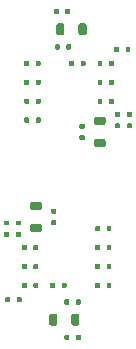
<source format=gbr>
G04 #@! TF.GenerationSoftware,KiCad,Pcbnew,(5.1.4)-1*
G04 #@! TF.CreationDate,2020-11-09T21:30:18-05:00*
G04 #@! TF.ProjectId,icepool-board,69636570-6f6f-46c2-9d62-6f6172642e6b,2020-04*
G04 #@! TF.SameCoordinates,Original*
G04 #@! TF.FileFunction,Paste,Bot*
G04 #@! TF.FilePolarity,Positive*
%FSLAX46Y46*%
G04 Gerber Fmt 4.6, Leading zero omitted, Abs format (unit mm)*
G04 Created by KiCad (PCBNEW (5.1.4)-1) date 2020-11-09 21:30:18*
%MOMM*%
%LPD*%
G04 APERTURE LIST*
%ADD10C,0.100000*%
%ADD11C,0.413000*%
%ADD12C,0.682500*%
G04 APERTURE END LIST*
D10*
G36*
X60398370Y-83576497D02*
G01*
X60408393Y-83577984D01*
X60418222Y-83580446D01*
X60427762Y-83583859D01*
X60436922Y-83588192D01*
X60445613Y-83593401D01*
X60453751Y-83599437D01*
X60461259Y-83606241D01*
X60468063Y-83613749D01*
X60474099Y-83621887D01*
X60479308Y-83630578D01*
X60483641Y-83639738D01*
X60487054Y-83649278D01*
X60489516Y-83659107D01*
X60491003Y-83669130D01*
X60491500Y-83679250D01*
X60491500Y-83920750D01*
X60491003Y-83930870D01*
X60489516Y-83940893D01*
X60487054Y-83950722D01*
X60483641Y-83960262D01*
X60479308Y-83969422D01*
X60474099Y-83978113D01*
X60468063Y-83986251D01*
X60461259Y-83993759D01*
X60453751Y-84000563D01*
X60445613Y-84006599D01*
X60436922Y-84011808D01*
X60427762Y-84016141D01*
X60418222Y-84019554D01*
X60408393Y-84022016D01*
X60398370Y-84023503D01*
X60388250Y-84024000D01*
X60181750Y-84024000D01*
X60171630Y-84023503D01*
X60161607Y-84022016D01*
X60151778Y-84019554D01*
X60142238Y-84016141D01*
X60133078Y-84011808D01*
X60124387Y-84006599D01*
X60116249Y-84000563D01*
X60108741Y-83993759D01*
X60101937Y-83986251D01*
X60095901Y-83978113D01*
X60090692Y-83969422D01*
X60086359Y-83960262D01*
X60082946Y-83950722D01*
X60080484Y-83940893D01*
X60078997Y-83930870D01*
X60078500Y-83920750D01*
X60078500Y-83679250D01*
X60078997Y-83669130D01*
X60080484Y-83659107D01*
X60082946Y-83649278D01*
X60086359Y-83639738D01*
X60090692Y-83630578D01*
X60095901Y-83621887D01*
X60101937Y-83613749D01*
X60108741Y-83606241D01*
X60116249Y-83599437D01*
X60124387Y-83593401D01*
X60133078Y-83588192D01*
X60142238Y-83583859D01*
X60151778Y-83580446D01*
X60161607Y-83577984D01*
X60171630Y-83576497D01*
X60181750Y-83576000D01*
X60388250Y-83576000D01*
X60398370Y-83576497D01*
X60398370Y-83576497D01*
G37*
D11*
X60285000Y-83800000D03*
D10*
G36*
X59428370Y-83576497D02*
G01*
X59438393Y-83577984D01*
X59448222Y-83580446D01*
X59457762Y-83583859D01*
X59466922Y-83588192D01*
X59475613Y-83593401D01*
X59483751Y-83599437D01*
X59491259Y-83606241D01*
X59498063Y-83613749D01*
X59504099Y-83621887D01*
X59509308Y-83630578D01*
X59513641Y-83639738D01*
X59517054Y-83649278D01*
X59519516Y-83659107D01*
X59521003Y-83669130D01*
X59521500Y-83679250D01*
X59521500Y-83920750D01*
X59521003Y-83930870D01*
X59519516Y-83940893D01*
X59517054Y-83950722D01*
X59513641Y-83960262D01*
X59509308Y-83969422D01*
X59504099Y-83978113D01*
X59498063Y-83986251D01*
X59491259Y-83993759D01*
X59483751Y-84000563D01*
X59475613Y-84006599D01*
X59466922Y-84011808D01*
X59457762Y-84016141D01*
X59448222Y-84019554D01*
X59438393Y-84022016D01*
X59428370Y-84023503D01*
X59418250Y-84024000D01*
X59211750Y-84024000D01*
X59201630Y-84023503D01*
X59191607Y-84022016D01*
X59181778Y-84019554D01*
X59172238Y-84016141D01*
X59163078Y-84011808D01*
X59154387Y-84006599D01*
X59146249Y-84000563D01*
X59138741Y-83993759D01*
X59131937Y-83986251D01*
X59125901Y-83978113D01*
X59120692Y-83969422D01*
X59116359Y-83960262D01*
X59112946Y-83950722D01*
X59110484Y-83940893D01*
X59108997Y-83930870D01*
X59108500Y-83920750D01*
X59108500Y-83679250D01*
X59108997Y-83669130D01*
X59110484Y-83659107D01*
X59112946Y-83649278D01*
X59116359Y-83639738D01*
X59120692Y-83630578D01*
X59125901Y-83621887D01*
X59131937Y-83613749D01*
X59138741Y-83606241D01*
X59146249Y-83599437D01*
X59154387Y-83593401D01*
X59163078Y-83588192D01*
X59172238Y-83583859D01*
X59181778Y-83580446D01*
X59191607Y-83577984D01*
X59201630Y-83576497D01*
X59211750Y-83576000D01*
X59418250Y-83576000D01*
X59428370Y-83576497D01*
X59428370Y-83576497D01*
G37*
D11*
X59315000Y-83800000D03*
D10*
G36*
X55330871Y-74878997D02*
G01*
X55340894Y-74880484D01*
X55350723Y-74882946D01*
X55360263Y-74886359D01*
X55369423Y-74890692D01*
X55378114Y-74895901D01*
X55386252Y-74901937D01*
X55393760Y-74908741D01*
X55400564Y-74916249D01*
X55406600Y-74924387D01*
X55411809Y-74933078D01*
X55416142Y-74942238D01*
X55419555Y-74951778D01*
X55422017Y-74961607D01*
X55423504Y-74971630D01*
X55424001Y-74981750D01*
X55424001Y-75188250D01*
X55423504Y-75198370D01*
X55422017Y-75208393D01*
X55419555Y-75218222D01*
X55416142Y-75227762D01*
X55411809Y-75236922D01*
X55406600Y-75245613D01*
X55400564Y-75253751D01*
X55393760Y-75261259D01*
X55386252Y-75268063D01*
X55378114Y-75274099D01*
X55369423Y-75279308D01*
X55360263Y-75283641D01*
X55350723Y-75287054D01*
X55340894Y-75289516D01*
X55330871Y-75291003D01*
X55320751Y-75291500D01*
X55079251Y-75291500D01*
X55069131Y-75291003D01*
X55059108Y-75289516D01*
X55049279Y-75287054D01*
X55039739Y-75283641D01*
X55030579Y-75279308D01*
X55021888Y-75274099D01*
X55013750Y-75268063D01*
X55006242Y-75261259D01*
X54999438Y-75253751D01*
X54993402Y-75245613D01*
X54988193Y-75236922D01*
X54983860Y-75227762D01*
X54980447Y-75218222D01*
X54977985Y-75208393D01*
X54976498Y-75198370D01*
X54976001Y-75188250D01*
X54976001Y-74981750D01*
X54976498Y-74971630D01*
X54977985Y-74961607D01*
X54980447Y-74951778D01*
X54983860Y-74942238D01*
X54988193Y-74933078D01*
X54993402Y-74924387D01*
X54999438Y-74916249D01*
X55006242Y-74908741D01*
X55013750Y-74901937D01*
X55021888Y-74895901D01*
X55030579Y-74890692D01*
X55039739Y-74886359D01*
X55049279Y-74882946D01*
X55059108Y-74880484D01*
X55069131Y-74878997D01*
X55079251Y-74878500D01*
X55320751Y-74878500D01*
X55330871Y-74878997D01*
X55330871Y-74878997D01*
G37*
D11*
X55200001Y-75085000D03*
D10*
G36*
X55330871Y-73908997D02*
G01*
X55340894Y-73910484D01*
X55350723Y-73912946D01*
X55360263Y-73916359D01*
X55369423Y-73920692D01*
X55378114Y-73925901D01*
X55386252Y-73931937D01*
X55393760Y-73938741D01*
X55400564Y-73946249D01*
X55406600Y-73954387D01*
X55411809Y-73963078D01*
X55416142Y-73972238D01*
X55419555Y-73981778D01*
X55422017Y-73991607D01*
X55423504Y-74001630D01*
X55424001Y-74011750D01*
X55424001Y-74218250D01*
X55423504Y-74228370D01*
X55422017Y-74238393D01*
X55419555Y-74248222D01*
X55416142Y-74257762D01*
X55411809Y-74266922D01*
X55406600Y-74275613D01*
X55400564Y-74283751D01*
X55393760Y-74291259D01*
X55386252Y-74298063D01*
X55378114Y-74304099D01*
X55369423Y-74309308D01*
X55360263Y-74313641D01*
X55350723Y-74317054D01*
X55340894Y-74319516D01*
X55330871Y-74321003D01*
X55320751Y-74321500D01*
X55079251Y-74321500D01*
X55069131Y-74321003D01*
X55059108Y-74319516D01*
X55049279Y-74317054D01*
X55039739Y-74313641D01*
X55030579Y-74309308D01*
X55021888Y-74304099D01*
X55013750Y-74298063D01*
X55006242Y-74291259D01*
X54999438Y-74283751D01*
X54993402Y-74275613D01*
X54988193Y-74266922D01*
X54983860Y-74257762D01*
X54980447Y-74248222D01*
X54977985Y-74238393D01*
X54976498Y-74228370D01*
X54976001Y-74218250D01*
X54976001Y-74011750D01*
X54976498Y-74001630D01*
X54977985Y-73991607D01*
X54980447Y-73981778D01*
X54983860Y-73972238D01*
X54988193Y-73963078D01*
X54993402Y-73954387D01*
X54999438Y-73946249D01*
X55006242Y-73938741D01*
X55013750Y-73931937D01*
X55021888Y-73925901D01*
X55030579Y-73920692D01*
X55039739Y-73916359D01*
X55049279Y-73912946D01*
X55059108Y-73910484D01*
X55069131Y-73908997D01*
X55079251Y-73908500D01*
X55320751Y-73908500D01*
X55330871Y-73908997D01*
X55330871Y-73908997D01*
G37*
D11*
X55200001Y-74115000D03*
D10*
G36*
X58528370Y-55976497D02*
G01*
X58538393Y-55977984D01*
X58548222Y-55980446D01*
X58557762Y-55983859D01*
X58566922Y-55988192D01*
X58575613Y-55993401D01*
X58583751Y-55999437D01*
X58591259Y-56006241D01*
X58598063Y-56013749D01*
X58604099Y-56021887D01*
X58609308Y-56030578D01*
X58613641Y-56039738D01*
X58617054Y-56049278D01*
X58619516Y-56059107D01*
X58621003Y-56069130D01*
X58621500Y-56079250D01*
X58621500Y-56320750D01*
X58621003Y-56330870D01*
X58619516Y-56340893D01*
X58617054Y-56350722D01*
X58613641Y-56360262D01*
X58609308Y-56369422D01*
X58604099Y-56378113D01*
X58598063Y-56386251D01*
X58591259Y-56393759D01*
X58583751Y-56400563D01*
X58575613Y-56406599D01*
X58566922Y-56411808D01*
X58557762Y-56416141D01*
X58548222Y-56419554D01*
X58538393Y-56422016D01*
X58528370Y-56423503D01*
X58518250Y-56424000D01*
X58311750Y-56424000D01*
X58301630Y-56423503D01*
X58291607Y-56422016D01*
X58281778Y-56419554D01*
X58272238Y-56416141D01*
X58263078Y-56411808D01*
X58254387Y-56406599D01*
X58246249Y-56400563D01*
X58238741Y-56393759D01*
X58231937Y-56386251D01*
X58225901Y-56378113D01*
X58220692Y-56369422D01*
X58216359Y-56360262D01*
X58212946Y-56350722D01*
X58210484Y-56340893D01*
X58208997Y-56330870D01*
X58208500Y-56320750D01*
X58208500Y-56079250D01*
X58208997Y-56069130D01*
X58210484Y-56059107D01*
X58212946Y-56049278D01*
X58216359Y-56039738D01*
X58220692Y-56030578D01*
X58225901Y-56021887D01*
X58231937Y-56013749D01*
X58238741Y-56006241D01*
X58246249Y-55999437D01*
X58254387Y-55993401D01*
X58263078Y-55988192D01*
X58272238Y-55983859D01*
X58281778Y-55980446D01*
X58291607Y-55977984D01*
X58301630Y-55976497D01*
X58311750Y-55976000D01*
X58518250Y-55976000D01*
X58528370Y-55976497D01*
X58528370Y-55976497D01*
G37*
D11*
X58415000Y-56200000D03*
D10*
G36*
X59498370Y-55976497D02*
G01*
X59508393Y-55977984D01*
X59518222Y-55980446D01*
X59527762Y-55983859D01*
X59536922Y-55988192D01*
X59545613Y-55993401D01*
X59553751Y-55999437D01*
X59561259Y-56006241D01*
X59568063Y-56013749D01*
X59574099Y-56021887D01*
X59579308Y-56030578D01*
X59583641Y-56039738D01*
X59587054Y-56049278D01*
X59589516Y-56059107D01*
X59591003Y-56069130D01*
X59591500Y-56079250D01*
X59591500Y-56320750D01*
X59591003Y-56330870D01*
X59589516Y-56340893D01*
X59587054Y-56350722D01*
X59583641Y-56360262D01*
X59579308Y-56369422D01*
X59574099Y-56378113D01*
X59568063Y-56386251D01*
X59561259Y-56393759D01*
X59553751Y-56400563D01*
X59545613Y-56406599D01*
X59536922Y-56411808D01*
X59527762Y-56416141D01*
X59518222Y-56419554D01*
X59508393Y-56422016D01*
X59498370Y-56423503D01*
X59488250Y-56424000D01*
X59281750Y-56424000D01*
X59271630Y-56423503D01*
X59261607Y-56422016D01*
X59251778Y-56419554D01*
X59242238Y-56416141D01*
X59233078Y-56411808D01*
X59224387Y-56406599D01*
X59216249Y-56400563D01*
X59208741Y-56393759D01*
X59201937Y-56386251D01*
X59195901Y-56378113D01*
X59190692Y-56369422D01*
X59186359Y-56360262D01*
X59182946Y-56350722D01*
X59180484Y-56340893D01*
X59178997Y-56330870D01*
X59178500Y-56320750D01*
X59178500Y-56079250D01*
X59178997Y-56069130D01*
X59180484Y-56059107D01*
X59182946Y-56049278D01*
X59186359Y-56039738D01*
X59190692Y-56030578D01*
X59195901Y-56021887D01*
X59201937Y-56013749D01*
X59208741Y-56006241D01*
X59216249Y-55999437D01*
X59224387Y-55993401D01*
X59233078Y-55988192D01*
X59242238Y-55983859D01*
X59251778Y-55980446D01*
X59261607Y-55977984D01*
X59271630Y-55976497D01*
X59281750Y-55976000D01*
X59488250Y-55976000D01*
X59498370Y-55976497D01*
X59498370Y-55976497D01*
G37*
D11*
X59385000Y-56200000D03*
D10*
G36*
X63730870Y-64708997D02*
G01*
X63740893Y-64710484D01*
X63750722Y-64712946D01*
X63760262Y-64716359D01*
X63769422Y-64720692D01*
X63778113Y-64725901D01*
X63786251Y-64731937D01*
X63793759Y-64738741D01*
X63800563Y-64746249D01*
X63806599Y-64754387D01*
X63811808Y-64763078D01*
X63816141Y-64772238D01*
X63819554Y-64781778D01*
X63822016Y-64791607D01*
X63823503Y-64801630D01*
X63824000Y-64811750D01*
X63824000Y-65018250D01*
X63823503Y-65028370D01*
X63822016Y-65038393D01*
X63819554Y-65048222D01*
X63816141Y-65057762D01*
X63811808Y-65066922D01*
X63806599Y-65075613D01*
X63800563Y-65083751D01*
X63793759Y-65091259D01*
X63786251Y-65098063D01*
X63778113Y-65104099D01*
X63769422Y-65109308D01*
X63760262Y-65113641D01*
X63750722Y-65117054D01*
X63740893Y-65119516D01*
X63730870Y-65121003D01*
X63720750Y-65121500D01*
X63479250Y-65121500D01*
X63469130Y-65121003D01*
X63459107Y-65119516D01*
X63449278Y-65117054D01*
X63439738Y-65113641D01*
X63430578Y-65109308D01*
X63421887Y-65104099D01*
X63413749Y-65098063D01*
X63406241Y-65091259D01*
X63399437Y-65083751D01*
X63393401Y-65075613D01*
X63388192Y-65066922D01*
X63383859Y-65057762D01*
X63380446Y-65048222D01*
X63377984Y-65038393D01*
X63376497Y-65028370D01*
X63376000Y-65018250D01*
X63376000Y-64811750D01*
X63376497Y-64801630D01*
X63377984Y-64791607D01*
X63380446Y-64781778D01*
X63383859Y-64772238D01*
X63388192Y-64763078D01*
X63393401Y-64754387D01*
X63399437Y-64746249D01*
X63406241Y-64738741D01*
X63413749Y-64731937D01*
X63421887Y-64725901D01*
X63430578Y-64720692D01*
X63439738Y-64716359D01*
X63449278Y-64712946D01*
X63459107Y-64710484D01*
X63469130Y-64708997D01*
X63479250Y-64708500D01*
X63720750Y-64708500D01*
X63730870Y-64708997D01*
X63730870Y-64708997D01*
G37*
D11*
X63600000Y-64915000D03*
D10*
G36*
X63730870Y-65678997D02*
G01*
X63740893Y-65680484D01*
X63750722Y-65682946D01*
X63760262Y-65686359D01*
X63769422Y-65690692D01*
X63778113Y-65695901D01*
X63786251Y-65701937D01*
X63793759Y-65708741D01*
X63800563Y-65716249D01*
X63806599Y-65724387D01*
X63811808Y-65733078D01*
X63816141Y-65742238D01*
X63819554Y-65751778D01*
X63822016Y-65761607D01*
X63823503Y-65771630D01*
X63824000Y-65781750D01*
X63824000Y-65988250D01*
X63823503Y-65998370D01*
X63822016Y-66008393D01*
X63819554Y-66018222D01*
X63816141Y-66027762D01*
X63811808Y-66036922D01*
X63806599Y-66045613D01*
X63800563Y-66053751D01*
X63793759Y-66061259D01*
X63786251Y-66068063D01*
X63778113Y-66074099D01*
X63769422Y-66079308D01*
X63760262Y-66083641D01*
X63750722Y-66087054D01*
X63740893Y-66089516D01*
X63730870Y-66091003D01*
X63720750Y-66091500D01*
X63479250Y-66091500D01*
X63469130Y-66091003D01*
X63459107Y-66089516D01*
X63449278Y-66087054D01*
X63439738Y-66083641D01*
X63430578Y-66079308D01*
X63421887Y-66074099D01*
X63413749Y-66068063D01*
X63406241Y-66061259D01*
X63399437Y-66053751D01*
X63393401Y-66045613D01*
X63388192Y-66036922D01*
X63383859Y-66027762D01*
X63380446Y-66018222D01*
X63377984Y-66008393D01*
X63376497Y-65998370D01*
X63376000Y-65988250D01*
X63376000Y-65781750D01*
X63376497Y-65771630D01*
X63377984Y-65761607D01*
X63380446Y-65751778D01*
X63383859Y-65742238D01*
X63388192Y-65733078D01*
X63393401Y-65724387D01*
X63399437Y-65716249D01*
X63406241Y-65708741D01*
X63413749Y-65701937D01*
X63421887Y-65695901D01*
X63430578Y-65690692D01*
X63439738Y-65686359D01*
X63449278Y-65682946D01*
X63459107Y-65680484D01*
X63469130Y-65678997D01*
X63479250Y-65678500D01*
X63720750Y-65678500D01*
X63730870Y-65678997D01*
X63730870Y-65678997D01*
G37*
D11*
X63600000Y-65885000D03*
D10*
G36*
X60398370Y-80576497D02*
G01*
X60408393Y-80577984D01*
X60418222Y-80580446D01*
X60427762Y-80583859D01*
X60436922Y-80588192D01*
X60445613Y-80593401D01*
X60453751Y-80599437D01*
X60461259Y-80606241D01*
X60468063Y-80613749D01*
X60474099Y-80621887D01*
X60479308Y-80630578D01*
X60483641Y-80639738D01*
X60487054Y-80649278D01*
X60489516Y-80659107D01*
X60491003Y-80669130D01*
X60491500Y-80679250D01*
X60491500Y-80920750D01*
X60491003Y-80930870D01*
X60489516Y-80940893D01*
X60487054Y-80950722D01*
X60483641Y-80960262D01*
X60479308Y-80969422D01*
X60474099Y-80978113D01*
X60468063Y-80986251D01*
X60461259Y-80993759D01*
X60453751Y-81000563D01*
X60445613Y-81006599D01*
X60436922Y-81011808D01*
X60427762Y-81016141D01*
X60418222Y-81019554D01*
X60408393Y-81022016D01*
X60398370Y-81023503D01*
X60388250Y-81024000D01*
X60181750Y-81024000D01*
X60171630Y-81023503D01*
X60161607Y-81022016D01*
X60151778Y-81019554D01*
X60142238Y-81016141D01*
X60133078Y-81011808D01*
X60124387Y-81006599D01*
X60116249Y-81000563D01*
X60108741Y-80993759D01*
X60101937Y-80986251D01*
X60095901Y-80978113D01*
X60090692Y-80969422D01*
X60086359Y-80960262D01*
X60082946Y-80950722D01*
X60080484Y-80940893D01*
X60078997Y-80930870D01*
X60078500Y-80920750D01*
X60078500Y-80679250D01*
X60078997Y-80669130D01*
X60080484Y-80659107D01*
X60082946Y-80649278D01*
X60086359Y-80639738D01*
X60090692Y-80630578D01*
X60095901Y-80621887D01*
X60101937Y-80613749D01*
X60108741Y-80606241D01*
X60116249Y-80599437D01*
X60124387Y-80593401D01*
X60133078Y-80588192D01*
X60142238Y-80583859D01*
X60151778Y-80580446D01*
X60161607Y-80577984D01*
X60171630Y-80576497D01*
X60181750Y-80576000D01*
X60388250Y-80576000D01*
X60398370Y-80576497D01*
X60398370Y-80576497D01*
G37*
D11*
X60285000Y-80800000D03*
D10*
G36*
X59428370Y-80576497D02*
G01*
X59438393Y-80577984D01*
X59448222Y-80580446D01*
X59457762Y-80583859D01*
X59466922Y-80588192D01*
X59475613Y-80593401D01*
X59483751Y-80599437D01*
X59491259Y-80606241D01*
X59498063Y-80613749D01*
X59504099Y-80621887D01*
X59509308Y-80630578D01*
X59513641Y-80639738D01*
X59517054Y-80649278D01*
X59519516Y-80659107D01*
X59521003Y-80669130D01*
X59521500Y-80679250D01*
X59521500Y-80920750D01*
X59521003Y-80930870D01*
X59519516Y-80940893D01*
X59517054Y-80950722D01*
X59513641Y-80960262D01*
X59509308Y-80969422D01*
X59504099Y-80978113D01*
X59498063Y-80986251D01*
X59491259Y-80993759D01*
X59483751Y-81000563D01*
X59475613Y-81006599D01*
X59466922Y-81011808D01*
X59457762Y-81016141D01*
X59448222Y-81019554D01*
X59438393Y-81022016D01*
X59428370Y-81023503D01*
X59418250Y-81024000D01*
X59211750Y-81024000D01*
X59201630Y-81023503D01*
X59191607Y-81022016D01*
X59181778Y-81019554D01*
X59172238Y-81016141D01*
X59163078Y-81011808D01*
X59154387Y-81006599D01*
X59146249Y-81000563D01*
X59138741Y-80993759D01*
X59131937Y-80986251D01*
X59125901Y-80978113D01*
X59120692Y-80969422D01*
X59116359Y-80960262D01*
X59112946Y-80950722D01*
X59110484Y-80940893D01*
X59108997Y-80930870D01*
X59108500Y-80920750D01*
X59108500Y-80679250D01*
X59108997Y-80669130D01*
X59110484Y-80659107D01*
X59112946Y-80649278D01*
X59116359Y-80639738D01*
X59120692Y-80630578D01*
X59125901Y-80621887D01*
X59131937Y-80613749D01*
X59138741Y-80606241D01*
X59146249Y-80599437D01*
X59154387Y-80593401D01*
X59163078Y-80588192D01*
X59172238Y-80583859D01*
X59181778Y-80580446D01*
X59191607Y-80577984D01*
X59201630Y-80576497D01*
X59211750Y-80576000D01*
X59418250Y-80576000D01*
X59428370Y-80576497D01*
X59428370Y-80576497D01*
G37*
D11*
X59315000Y-80800000D03*
D10*
G36*
X58330870Y-72908997D02*
G01*
X58340893Y-72910484D01*
X58350722Y-72912946D01*
X58360262Y-72916359D01*
X58369422Y-72920692D01*
X58378113Y-72925901D01*
X58386251Y-72931937D01*
X58393759Y-72938741D01*
X58400563Y-72946249D01*
X58406599Y-72954387D01*
X58411808Y-72963078D01*
X58416141Y-72972238D01*
X58419554Y-72981778D01*
X58422016Y-72991607D01*
X58423503Y-73001630D01*
X58424000Y-73011750D01*
X58424000Y-73218250D01*
X58423503Y-73228370D01*
X58422016Y-73238393D01*
X58419554Y-73248222D01*
X58416141Y-73257762D01*
X58411808Y-73266922D01*
X58406599Y-73275613D01*
X58400563Y-73283751D01*
X58393759Y-73291259D01*
X58386251Y-73298063D01*
X58378113Y-73304099D01*
X58369422Y-73309308D01*
X58360262Y-73313641D01*
X58350722Y-73317054D01*
X58340893Y-73319516D01*
X58330870Y-73321003D01*
X58320750Y-73321500D01*
X58079250Y-73321500D01*
X58069130Y-73321003D01*
X58059107Y-73319516D01*
X58049278Y-73317054D01*
X58039738Y-73313641D01*
X58030578Y-73309308D01*
X58021887Y-73304099D01*
X58013749Y-73298063D01*
X58006241Y-73291259D01*
X57999437Y-73283751D01*
X57993401Y-73275613D01*
X57988192Y-73266922D01*
X57983859Y-73257762D01*
X57980446Y-73248222D01*
X57977984Y-73238393D01*
X57976497Y-73228370D01*
X57976000Y-73218250D01*
X57976000Y-73011750D01*
X57976497Y-73001630D01*
X57977984Y-72991607D01*
X57980446Y-72981778D01*
X57983859Y-72972238D01*
X57988192Y-72963078D01*
X57993401Y-72954387D01*
X57999437Y-72946249D01*
X58006241Y-72938741D01*
X58013749Y-72931937D01*
X58021887Y-72925901D01*
X58030578Y-72920692D01*
X58039738Y-72916359D01*
X58049278Y-72912946D01*
X58059107Y-72910484D01*
X58069130Y-72908997D01*
X58079250Y-72908500D01*
X58320750Y-72908500D01*
X58330870Y-72908997D01*
X58330870Y-72908997D01*
G37*
D11*
X58200000Y-73115000D03*
D10*
G36*
X58330870Y-73878997D02*
G01*
X58340893Y-73880484D01*
X58350722Y-73882946D01*
X58360262Y-73886359D01*
X58369422Y-73890692D01*
X58378113Y-73895901D01*
X58386251Y-73901937D01*
X58393759Y-73908741D01*
X58400563Y-73916249D01*
X58406599Y-73924387D01*
X58411808Y-73933078D01*
X58416141Y-73942238D01*
X58419554Y-73951778D01*
X58422016Y-73961607D01*
X58423503Y-73971630D01*
X58424000Y-73981750D01*
X58424000Y-74188250D01*
X58423503Y-74198370D01*
X58422016Y-74208393D01*
X58419554Y-74218222D01*
X58416141Y-74227762D01*
X58411808Y-74236922D01*
X58406599Y-74245613D01*
X58400563Y-74253751D01*
X58393759Y-74261259D01*
X58386251Y-74268063D01*
X58378113Y-74274099D01*
X58369422Y-74279308D01*
X58360262Y-74283641D01*
X58350722Y-74287054D01*
X58340893Y-74289516D01*
X58330870Y-74291003D01*
X58320750Y-74291500D01*
X58079250Y-74291500D01*
X58069130Y-74291003D01*
X58059107Y-74289516D01*
X58049278Y-74287054D01*
X58039738Y-74283641D01*
X58030578Y-74279308D01*
X58021887Y-74274099D01*
X58013749Y-74268063D01*
X58006241Y-74261259D01*
X57999437Y-74253751D01*
X57993401Y-74245613D01*
X57988192Y-74236922D01*
X57983859Y-74227762D01*
X57980446Y-74218222D01*
X57977984Y-74208393D01*
X57976497Y-74198370D01*
X57976000Y-74188250D01*
X57976000Y-73981750D01*
X57976497Y-73971630D01*
X57977984Y-73961607D01*
X57980446Y-73951778D01*
X57983859Y-73942238D01*
X57988192Y-73933078D01*
X57993401Y-73924387D01*
X57999437Y-73916249D01*
X58006241Y-73908741D01*
X58013749Y-73901937D01*
X58021887Y-73895901D01*
X58030578Y-73890692D01*
X58039738Y-73886359D01*
X58049278Y-73882946D01*
X58059107Y-73880484D01*
X58069130Y-73878997D01*
X58079250Y-73878500D01*
X58320750Y-73878500D01*
X58330870Y-73878997D01*
X58330870Y-73878997D01*
G37*
D11*
X58200000Y-74085000D03*
D10*
G36*
X55398370Y-80376497D02*
G01*
X55408393Y-80377984D01*
X55418222Y-80380446D01*
X55427762Y-80383859D01*
X55436922Y-80388192D01*
X55445613Y-80393401D01*
X55453751Y-80399437D01*
X55461259Y-80406241D01*
X55468063Y-80413749D01*
X55474099Y-80421887D01*
X55479308Y-80430578D01*
X55483641Y-80439738D01*
X55487054Y-80449278D01*
X55489516Y-80459107D01*
X55491003Y-80469130D01*
X55491500Y-80479250D01*
X55491500Y-80720750D01*
X55491003Y-80730870D01*
X55489516Y-80740893D01*
X55487054Y-80750722D01*
X55483641Y-80760262D01*
X55479308Y-80769422D01*
X55474099Y-80778113D01*
X55468063Y-80786251D01*
X55461259Y-80793759D01*
X55453751Y-80800563D01*
X55445613Y-80806599D01*
X55436922Y-80811808D01*
X55427762Y-80816141D01*
X55418222Y-80819554D01*
X55408393Y-80822016D01*
X55398370Y-80823503D01*
X55388250Y-80824000D01*
X55181750Y-80824000D01*
X55171630Y-80823503D01*
X55161607Y-80822016D01*
X55151778Y-80819554D01*
X55142238Y-80816141D01*
X55133078Y-80811808D01*
X55124387Y-80806599D01*
X55116249Y-80800563D01*
X55108741Y-80793759D01*
X55101937Y-80786251D01*
X55095901Y-80778113D01*
X55090692Y-80769422D01*
X55086359Y-80760262D01*
X55082946Y-80750722D01*
X55080484Y-80740893D01*
X55078997Y-80730870D01*
X55078500Y-80720750D01*
X55078500Y-80479250D01*
X55078997Y-80469130D01*
X55080484Y-80459107D01*
X55082946Y-80449278D01*
X55086359Y-80439738D01*
X55090692Y-80430578D01*
X55095901Y-80421887D01*
X55101937Y-80413749D01*
X55108741Y-80406241D01*
X55116249Y-80399437D01*
X55124387Y-80393401D01*
X55133078Y-80388192D01*
X55142238Y-80383859D01*
X55151778Y-80380446D01*
X55161607Y-80377984D01*
X55171630Y-80376497D01*
X55181750Y-80376000D01*
X55388250Y-80376000D01*
X55398370Y-80376497D01*
X55398370Y-80376497D01*
G37*
D11*
X55285000Y-80600000D03*
D10*
G36*
X54428370Y-80376497D02*
G01*
X54438393Y-80377984D01*
X54448222Y-80380446D01*
X54457762Y-80383859D01*
X54466922Y-80388192D01*
X54475613Y-80393401D01*
X54483751Y-80399437D01*
X54491259Y-80406241D01*
X54498063Y-80413749D01*
X54504099Y-80421887D01*
X54509308Y-80430578D01*
X54513641Y-80439738D01*
X54517054Y-80449278D01*
X54519516Y-80459107D01*
X54521003Y-80469130D01*
X54521500Y-80479250D01*
X54521500Y-80720750D01*
X54521003Y-80730870D01*
X54519516Y-80740893D01*
X54517054Y-80750722D01*
X54513641Y-80760262D01*
X54509308Y-80769422D01*
X54504099Y-80778113D01*
X54498063Y-80786251D01*
X54491259Y-80793759D01*
X54483751Y-80800563D01*
X54475613Y-80806599D01*
X54466922Y-80811808D01*
X54457762Y-80816141D01*
X54448222Y-80819554D01*
X54438393Y-80822016D01*
X54428370Y-80823503D01*
X54418250Y-80824000D01*
X54211750Y-80824000D01*
X54201630Y-80823503D01*
X54191607Y-80822016D01*
X54181778Y-80819554D01*
X54172238Y-80816141D01*
X54163078Y-80811808D01*
X54154387Y-80806599D01*
X54146249Y-80800563D01*
X54138741Y-80793759D01*
X54131937Y-80786251D01*
X54125901Y-80778113D01*
X54120692Y-80769422D01*
X54116359Y-80760262D01*
X54112946Y-80750722D01*
X54110484Y-80740893D01*
X54108997Y-80730870D01*
X54108500Y-80720750D01*
X54108500Y-80479250D01*
X54108997Y-80469130D01*
X54110484Y-80459107D01*
X54112946Y-80449278D01*
X54116359Y-80439738D01*
X54120692Y-80430578D01*
X54125901Y-80421887D01*
X54131937Y-80413749D01*
X54138741Y-80406241D01*
X54146249Y-80399437D01*
X54154387Y-80393401D01*
X54163078Y-80388192D01*
X54172238Y-80383859D01*
X54181778Y-80380446D01*
X54191607Y-80377984D01*
X54201630Y-80376497D01*
X54211750Y-80376000D01*
X54418250Y-80376000D01*
X54428370Y-80376497D01*
X54428370Y-80376497D01*
G37*
D11*
X54315000Y-80600000D03*
D10*
G36*
X54330870Y-73908997D02*
G01*
X54340893Y-73910484D01*
X54350722Y-73912946D01*
X54360262Y-73916359D01*
X54369422Y-73920692D01*
X54378113Y-73925901D01*
X54386251Y-73931937D01*
X54393759Y-73938741D01*
X54400563Y-73946249D01*
X54406599Y-73954387D01*
X54411808Y-73963078D01*
X54416141Y-73972238D01*
X54419554Y-73981778D01*
X54422016Y-73991607D01*
X54423503Y-74001630D01*
X54424000Y-74011750D01*
X54424000Y-74218250D01*
X54423503Y-74228370D01*
X54422016Y-74238393D01*
X54419554Y-74248222D01*
X54416141Y-74257762D01*
X54411808Y-74266922D01*
X54406599Y-74275613D01*
X54400563Y-74283751D01*
X54393759Y-74291259D01*
X54386251Y-74298063D01*
X54378113Y-74304099D01*
X54369422Y-74309308D01*
X54360262Y-74313641D01*
X54350722Y-74317054D01*
X54340893Y-74319516D01*
X54330870Y-74321003D01*
X54320750Y-74321500D01*
X54079250Y-74321500D01*
X54069130Y-74321003D01*
X54059107Y-74319516D01*
X54049278Y-74317054D01*
X54039738Y-74313641D01*
X54030578Y-74309308D01*
X54021887Y-74304099D01*
X54013749Y-74298063D01*
X54006241Y-74291259D01*
X53999437Y-74283751D01*
X53993401Y-74275613D01*
X53988192Y-74266922D01*
X53983859Y-74257762D01*
X53980446Y-74248222D01*
X53977984Y-74238393D01*
X53976497Y-74228370D01*
X53976000Y-74218250D01*
X53976000Y-74011750D01*
X53976497Y-74001630D01*
X53977984Y-73991607D01*
X53980446Y-73981778D01*
X53983859Y-73972238D01*
X53988192Y-73963078D01*
X53993401Y-73954387D01*
X53999437Y-73946249D01*
X54006241Y-73938741D01*
X54013749Y-73931937D01*
X54021887Y-73925901D01*
X54030578Y-73920692D01*
X54039738Y-73916359D01*
X54049278Y-73912946D01*
X54059107Y-73910484D01*
X54069130Y-73908997D01*
X54079250Y-73908500D01*
X54320750Y-73908500D01*
X54330870Y-73908997D01*
X54330870Y-73908997D01*
G37*
D11*
X54200000Y-74115000D03*
D10*
G36*
X54330870Y-74878997D02*
G01*
X54340893Y-74880484D01*
X54350722Y-74882946D01*
X54360262Y-74886359D01*
X54369422Y-74890692D01*
X54378113Y-74895901D01*
X54386251Y-74901937D01*
X54393759Y-74908741D01*
X54400563Y-74916249D01*
X54406599Y-74924387D01*
X54411808Y-74933078D01*
X54416141Y-74942238D01*
X54419554Y-74951778D01*
X54422016Y-74961607D01*
X54423503Y-74971630D01*
X54424000Y-74981750D01*
X54424000Y-75188250D01*
X54423503Y-75198370D01*
X54422016Y-75208393D01*
X54419554Y-75218222D01*
X54416141Y-75227762D01*
X54411808Y-75236922D01*
X54406599Y-75245613D01*
X54400563Y-75253751D01*
X54393759Y-75261259D01*
X54386251Y-75268063D01*
X54378113Y-75274099D01*
X54369422Y-75279308D01*
X54360262Y-75283641D01*
X54350722Y-75287054D01*
X54340893Y-75289516D01*
X54330870Y-75291003D01*
X54320750Y-75291500D01*
X54079250Y-75291500D01*
X54069130Y-75291003D01*
X54059107Y-75289516D01*
X54049278Y-75287054D01*
X54039738Y-75283641D01*
X54030578Y-75279308D01*
X54021887Y-75274099D01*
X54013749Y-75268063D01*
X54006241Y-75261259D01*
X53999437Y-75253751D01*
X53993401Y-75245613D01*
X53988192Y-75236922D01*
X53983859Y-75227762D01*
X53980446Y-75218222D01*
X53977984Y-75208393D01*
X53976497Y-75198370D01*
X53976000Y-75188250D01*
X53976000Y-74981750D01*
X53976497Y-74971630D01*
X53977984Y-74961607D01*
X53980446Y-74951778D01*
X53983859Y-74942238D01*
X53988192Y-74933078D01*
X53993401Y-74924387D01*
X53999437Y-74916249D01*
X54006241Y-74908741D01*
X54013749Y-74901937D01*
X54021887Y-74895901D01*
X54030578Y-74890692D01*
X54039738Y-74886359D01*
X54049278Y-74882946D01*
X54059107Y-74880484D01*
X54069130Y-74878997D01*
X54079250Y-74878500D01*
X54320750Y-74878500D01*
X54330870Y-74878997D01*
X54330870Y-74878997D01*
G37*
D11*
X54200000Y-75085000D03*
D10*
G36*
X60224849Y-81810822D02*
G01*
X60241412Y-81813279D01*
X60257655Y-81817347D01*
X60273420Y-81822988D01*
X60288557Y-81830147D01*
X60302919Y-81838755D01*
X60316368Y-81848730D01*
X60328775Y-81859975D01*
X60340020Y-81872382D01*
X60349995Y-81885831D01*
X60358603Y-81900193D01*
X60365762Y-81915330D01*
X60371403Y-81931095D01*
X60375471Y-81947338D01*
X60377928Y-81963901D01*
X60378750Y-81980625D01*
X60378750Y-82619375D01*
X60377928Y-82636099D01*
X60375471Y-82652662D01*
X60371403Y-82668905D01*
X60365762Y-82684670D01*
X60358603Y-82699807D01*
X60349995Y-82714169D01*
X60340020Y-82727618D01*
X60328775Y-82740025D01*
X60316368Y-82751270D01*
X60302919Y-82761245D01*
X60288557Y-82769853D01*
X60273420Y-82777012D01*
X60257655Y-82782653D01*
X60241412Y-82786721D01*
X60224849Y-82789178D01*
X60208125Y-82790000D01*
X59866875Y-82790000D01*
X59850151Y-82789178D01*
X59833588Y-82786721D01*
X59817345Y-82782653D01*
X59801580Y-82777012D01*
X59786443Y-82769853D01*
X59772081Y-82761245D01*
X59758632Y-82751270D01*
X59746225Y-82740025D01*
X59734980Y-82727618D01*
X59725005Y-82714169D01*
X59716397Y-82699807D01*
X59709238Y-82684670D01*
X59703597Y-82668905D01*
X59699529Y-82652662D01*
X59697072Y-82636099D01*
X59696250Y-82619375D01*
X59696250Y-81980625D01*
X59697072Y-81963901D01*
X59699529Y-81947338D01*
X59703597Y-81931095D01*
X59709238Y-81915330D01*
X59716397Y-81900193D01*
X59725005Y-81885831D01*
X59734980Y-81872382D01*
X59746225Y-81859975D01*
X59758632Y-81848730D01*
X59772081Y-81838755D01*
X59786443Y-81830147D01*
X59801580Y-81822988D01*
X59817345Y-81817347D01*
X59833588Y-81813279D01*
X59850151Y-81810822D01*
X59866875Y-81810000D01*
X60208125Y-81810000D01*
X60224849Y-81810822D01*
X60224849Y-81810822D01*
G37*
D12*
X60037500Y-82300000D03*
D10*
G36*
X58349849Y-81810822D02*
G01*
X58366412Y-81813279D01*
X58382655Y-81817347D01*
X58398420Y-81822988D01*
X58413557Y-81830147D01*
X58427919Y-81838755D01*
X58441368Y-81848730D01*
X58453775Y-81859975D01*
X58465020Y-81872382D01*
X58474995Y-81885831D01*
X58483603Y-81900193D01*
X58490762Y-81915330D01*
X58496403Y-81931095D01*
X58500471Y-81947338D01*
X58502928Y-81963901D01*
X58503750Y-81980625D01*
X58503750Y-82619375D01*
X58502928Y-82636099D01*
X58500471Y-82652662D01*
X58496403Y-82668905D01*
X58490762Y-82684670D01*
X58483603Y-82699807D01*
X58474995Y-82714169D01*
X58465020Y-82727618D01*
X58453775Y-82740025D01*
X58441368Y-82751270D01*
X58427919Y-82761245D01*
X58413557Y-82769853D01*
X58398420Y-82777012D01*
X58382655Y-82782653D01*
X58366412Y-82786721D01*
X58349849Y-82789178D01*
X58333125Y-82790000D01*
X57991875Y-82790000D01*
X57975151Y-82789178D01*
X57958588Y-82786721D01*
X57942345Y-82782653D01*
X57926580Y-82777012D01*
X57911443Y-82769853D01*
X57897081Y-82761245D01*
X57883632Y-82751270D01*
X57871225Y-82740025D01*
X57859980Y-82727618D01*
X57850005Y-82714169D01*
X57841397Y-82699807D01*
X57834238Y-82684670D01*
X57828597Y-82668905D01*
X57824529Y-82652662D01*
X57822072Y-82636099D01*
X57821250Y-82619375D01*
X57821250Y-81980625D01*
X57822072Y-81963901D01*
X57824529Y-81947338D01*
X57828597Y-81931095D01*
X57834238Y-81915330D01*
X57841397Y-81900193D01*
X57850005Y-81885831D01*
X57859980Y-81872382D01*
X57871225Y-81859975D01*
X57883632Y-81848730D01*
X57897081Y-81838755D01*
X57911443Y-81830147D01*
X57926580Y-81822988D01*
X57942345Y-81817347D01*
X57958588Y-81813279D01*
X57975151Y-81810822D01*
X57991875Y-81810000D01*
X58333125Y-81810000D01*
X58349849Y-81810822D01*
X58349849Y-81810822D01*
G37*
D12*
X58162500Y-82300000D03*
D10*
G36*
X57036099Y-72322072D02*
G01*
X57052662Y-72324529D01*
X57068905Y-72328597D01*
X57084670Y-72334238D01*
X57099807Y-72341397D01*
X57114169Y-72350005D01*
X57127618Y-72359980D01*
X57140025Y-72371225D01*
X57151270Y-72383632D01*
X57161245Y-72397081D01*
X57169853Y-72411443D01*
X57177012Y-72426580D01*
X57182653Y-72442345D01*
X57186721Y-72458588D01*
X57189178Y-72475151D01*
X57190000Y-72491875D01*
X57190000Y-72833125D01*
X57189178Y-72849849D01*
X57186721Y-72866412D01*
X57182653Y-72882655D01*
X57177012Y-72898420D01*
X57169853Y-72913557D01*
X57161245Y-72927919D01*
X57151270Y-72941368D01*
X57140025Y-72953775D01*
X57127618Y-72965020D01*
X57114169Y-72974995D01*
X57099807Y-72983603D01*
X57084670Y-72990762D01*
X57068905Y-72996403D01*
X57052662Y-73000471D01*
X57036099Y-73002928D01*
X57019375Y-73003750D01*
X56380625Y-73003750D01*
X56363901Y-73002928D01*
X56347338Y-73000471D01*
X56331095Y-72996403D01*
X56315330Y-72990762D01*
X56300193Y-72983603D01*
X56285831Y-72974995D01*
X56272382Y-72965020D01*
X56259975Y-72953775D01*
X56248730Y-72941368D01*
X56238755Y-72927919D01*
X56230147Y-72913557D01*
X56222988Y-72898420D01*
X56217347Y-72882655D01*
X56213279Y-72866412D01*
X56210822Y-72849849D01*
X56210000Y-72833125D01*
X56210000Y-72491875D01*
X56210822Y-72475151D01*
X56213279Y-72458588D01*
X56217347Y-72442345D01*
X56222988Y-72426580D01*
X56230147Y-72411443D01*
X56238755Y-72397081D01*
X56248730Y-72383632D01*
X56259975Y-72371225D01*
X56272382Y-72359980D01*
X56285831Y-72350005D01*
X56300193Y-72341397D01*
X56315330Y-72334238D01*
X56331095Y-72328597D01*
X56347338Y-72324529D01*
X56363901Y-72322072D01*
X56380625Y-72321250D01*
X57019375Y-72321250D01*
X57036099Y-72322072D01*
X57036099Y-72322072D01*
G37*
D12*
X56700000Y-72662500D03*
D10*
G36*
X57036099Y-74197072D02*
G01*
X57052662Y-74199529D01*
X57068905Y-74203597D01*
X57084670Y-74209238D01*
X57099807Y-74216397D01*
X57114169Y-74225005D01*
X57127618Y-74234980D01*
X57140025Y-74246225D01*
X57151270Y-74258632D01*
X57161245Y-74272081D01*
X57169853Y-74286443D01*
X57177012Y-74301580D01*
X57182653Y-74317345D01*
X57186721Y-74333588D01*
X57189178Y-74350151D01*
X57190000Y-74366875D01*
X57190000Y-74708125D01*
X57189178Y-74724849D01*
X57186721Y-74741412D01*
X57182653Y-74757655D01*
X57177012Y-74773420D01*
X57169853Y-74788557D01*
X57161245Y-74802919D01*
X57151270Y-74816368D01*
X57140025Y-74828775D01*
X57127618Y-74840020D01*
X57114169Y-74849995D01*
X57099807Y-74858603D01*
X57084670Y-74865762D01*
X57068905Y-74871403D01*
X57052662Y-74875471D01*
X57036099Y-74877928D01*
X57019375Y-74878750D01*
X56380625Y-74878750D01*
X56363901Y-74877928D01*
X56347338Y-74875471D01*
X56331095Y-74871403D01*
X56315330Y-74865762D01*
X56300193Y-74858603D01*
X56285831Y-74849995D01*
X56272382Y-74840020D01*
X56259975Y-74828775D01*
X56248730Y-74816368D01*
X56238755Y-74802919D01*
X56230147Y-74788557D01*
X56222988Y-74773420D01*
X56217347Y-74757655D01*
X56213279Y-74741412D01*
X56210822Y-74724849D01*
X56210000Y-74708125D01*
X56210000Y-74366875D01*
X56210822Y-74350151D01*
X56213279Y-74333588D01*
X56217347Y-74317345D01*
X56222988Y-74301580D01*
X56230147Y-74286443D01*
X56238755Y-74272081D01*
X56248730Y-74258632D01*
X56259975Y-74246225D01*
X56272382Y-74234980D01*
X56285831Y-74225005D01*
X56300193Y-74216397D01*
X56315330Y-74209238D01*
X56331095Y-74203597D01*
X56347338Y-74199529D01*
X56363901Y-74197072D01*
X56380625Y-74196250D01*
X57019375Y-74196250D01*
X57036099Y-74197072D01*
X57036099Y-74197072D01*
G37*
D12*
X56700000Y-74537500D03*
D10*
G36*
X62028370Y-77576497D02*
G01*
X62038393Y-77577984D01*
X62048222Y-77580446D01*
X62057762Y-77583859D01*
X62066922Y-77588192D01*
X62075613Y-77593401D01*
X62083751Y-77599437D01*
X62091259Y-77606241D01*
X62098063Y-77613749D01*
X62104099Y-77621887D01*
X62109308Y-77630578D01*
X62113641Y-77639738D01*
X62117054Y-77649278D01*
X62119516Y-77659107D01*
X62121003Y-77669130D01*
X62121500Y-77679250D01*
X62121500Y-77920750D01*
X62121003Y-77930870D01*
X62119516Y-77940893D01*
X62117054Y-77950722D01*
X62113641Y-77960262D01*
X62109308Y-77969422D01*
X62104099Y-77978113D01*
X62098063Y-77986251D01*
X62091259Y-77993759D01*
X62083751Y-78000563D01*
X62075613Y-78006599D01*
X62066922Y-78011808D01*
X62057762Y-78016141D01*
X62048222Y-78019554D01*
X62038393Y-78022016D01*
X62028370Y-78023503D01*
X62018250Y-78024000D01*
X61811750Y-78024000D01*
X61801630Y-78023503D01*
X61791607Y-78022016D01*
X61781778Y-78019554D01*
X61772238Y-78016141D01*
X61763078Y-78011808D01*
X61754387Y-78006599D01*
X61746249Y-78000563D01*
X61738741Y-77993759D01*
X61731937Y-77986251D01*
X61725901Y-77978113D01*
X61720692Y-77969422D01*
X61716359Y-77960262D01*
X61712946Y-77950722D01*
X61710484Y-77940893D01*
X61708997Y-77930870D01*
X61708500Y-77920750D01*
X61708500Y-77679250D01*
X61708997Y-77669130D01*
X61710484Y-77659107D01*
X61712946Y-77649278D01*
X61716359Y-77639738D01*
X61720692Y-77630578D01*
X61725901Y-77621887D01*
X61731937Y-77613749D01*
X61738741Y-77606241D01*
X61746249Y-77599437D01*
X61754387Y-77593401D01*
X61763078Y-77588192D01*
X61772238Y-77583859D01*
X61781778Y-77580446D01*
X61791607Y-77577984D01*
X61801630Y-77576497D01*
X61811750Y-77576000D01*
X62018250Y-77576000D01*
X62028370Y-77576497D01*
X62028370Y-77576497D01*
G37*
D11*
X61915000Y-77800000D03*
D10*
G36*
X62998370Y-77576497D02*
G01*
X63008393Y-77577984D01*
X63018222Y-77580446D01*
X63027762Y-77583859D01*
X63036922Y-77588192D01*
X63045613Y-77593401D01*
X63053751Y-77599437D01*
X63061259Y-77606241D01*
X63068063Y-77613749D01*
X63074099Y-77621887D01*
X63079308Y-77630578D01*
X63083641Y-77639738D01*
X63087054Y-77649278D01*
X63089516Y-77659107D01*
X63091003Y-77669130D01*
X63091500Y-77679250D01*
X63091500Y-77920750D01*
X63091003Y-77930870D01*
X63089516Y-77940893D01*
X63087054Y-77950722D01*
X63083641Y-77960262D01*
X63079308Y-77969422D01*
X63074099Y-77978113D01*
X63068063Y-77986251D01*
X63061259Y-77993759D01*
X63053751Y-78000563D01*
X63045613Y-78006599D01*
X63036922Y-78011808D01*
X63027762Y-78016141D01*
X63018222Y-78019554D01*
X63008393Y-78022016D01*
X62998370Y-78023503D01*
X62988250Y-78024000D01*
X62781750Y-78024000D01*
X62771630Y-78023503D01*
X62761607Y-78022016D01*
X62751778Y-78019554D01*
X62742238Y-78016141D01*
X62733078Y-78011808D01*
X62724387Y-78006599D01*
X62716249Y-78000563D01*
X62708741Y-77993759D01*
X62701937Y-77986251D01*
X62695901Y-77978113D01*
X62690692Y-77969422D01*
X62686359Y-77960262D01*
X62682946Y-77950722D01*
X62680484Y-77940893D01*
X62678997Y-77930870D01*
X62678500Y-77920750D01*
X62678500Y-77679250D01*
X62678997Y-77669130D01*
X62680484Y-77659107D01*
X62682946Y-77649278D01*
X62686359Y-77639738D01*
X62690692Y-77630578D01*
X62695901Y-77621887D01*
X62701937Y-77613749D01*
X62708741Y-77606241D01*
X62716249Y-77599437D01*
X62724387Y-77593401D01*
X62733078Y-77588192D01*
X62742238Y-77583859D01*
X62751778Y-77580446D01*
X62761607Y-77577984D01*
X62771630Y-77576497D01*
X62781750Y-77576000D01*
X62988250Y-77576000D01*
X62998370Y-77576497D01*
X62998370Y-77576497D01*
G37*
D11*
X62885000Y-77800000D03*
D10*
G36*
X62028370Y-74376497D02*
G01*
X62038393Y-74377984D01*
X62048222Y-74380446D01*
X62057762Y-74383859D01*
X62066922Y-74388192D01*
X62075613Y-74393401D01*
X62083751Y-74399437D01*
X62091259Y-74406241D01*
X62098063Y-74413749D01*
X62104099Y-74421887D01*
X62109308Y-74430578D01*
X62113641Y-74439738D01*
X62117054Y-74449278D01*
X62119516Y-74459107D01*
X62121003Y-74469130D01*
X62121500Y-74479250D01*
X62121500Y-74720750D01*
X62121003Y-74730870D01*
X62119516Y-74740893D01*
X62117054Y-74750722D01*
X62113641Y-74760262D01*
X62109308Y-74769422D01*
X62104099Y-74778113D01*
X62098063Y-74786251D01*
X62091259Y-74793759D01*
X62083751Y-74800563D01*
X62075613Y-74806599D01*
X62066922Y-74811808D01*
X62057762Y-74816141D01*
X62048222Y-74819554D01*
X62038393Y-74822016D01*
X62028370Y-74823503D01*
X62018250Y-74824000D01*
X61811750Y-74824000D01*
X61801630Y-74823503D01*
X61791607Y-74822016D01*
X61781778Y-74819554D01*
X61772238Y-74816141D01*
X61763078Y-74811808D01*
X61754387Y-74806599D01*
X61746249Y-74800563D01*
X61738741Y-74793759D01*
X61731937Y-74786251D01*
X61725901Y-74778113D01*
X61720692Y-74769422D01*
X61716359Y-74760262D01*
X61712946Y-74750722D01*
X61710484Y-74740893D01*
X61708997Y-74730870D01*
X61708500Y-74720750D01*
X61708500Y-74479250D01*
X61708997Y-74469130D01*
X61710484Y-74459107D01*
X61712946Y-74449278D01*
X61716359Y-74439738D01*
X61720692Y-74430578D01*
X61725901Y-74421887D01*
X61731937Y-74413749D01*
X61738741Y-74406241D01*
X61746249Y-74399437D01*
X61754387Y-74393401D01*
X61763078Y-74388192D01*
X61772238Y-74383859D01*
X61781778Y-74380446D01*
X61791607Y-74377984D01*
X61801630Y-74376497D01*
X61811750Y-74376000D01*
X62018250Y-74376000D01*
X62028370Y-74376497D01*
X62028370Y-74376497D01*
G37*
D11*
X61915000Y-74600000D03*
D10*
G36*
X62998370Y-74376497D02*
G01*
X63008393Y-74377984D01*
X63018222Y-74380446D01*
X63027762Y-74383859D01*
X63036922Y-74388192D01*
X63045613Y-74393401D01*
X63053751Y-74399437D01*
X63061259Y-74406241D01*
X63068063Y-74413749D01*
X63074099Y-74421887D01*
X63079308Y-74430578D01*
X63083641Y-74439738D01*
X63087054Y-74449278D01*
X63089516Y-74459107D01*
X63091003Y-74469130D01*
X63091500Y-74479250D01*
X63091500Y-74720750D01*
X63091003Y-74730870D01*
X63089516Y-74740893D01*
X63087054Y-74750722D01*
X63083641Y-74760262D01*
X63079308Y-74769422D01*
X63074099Y-74778113D01*
X63068063Y-74786251D01*
X63061259Y-74793759D01*
X63053751Y-74800563D01*
X63045613Y-74806599D01*
X63036922Y-74811808D01*
X63027762Y-74816141D01*
X63018222Y-74819554D01*
X63008393Y-74822016D01*
X62998370Y-74823503D01*
X62988250Y-74824000D01*
X62781750Y-74824000D01*
X62771630Y-74823503D01*
X62761607Y-74822016D01*
X62751778Y-74819554D01*
X62742238Y-74816141D01*
X62733078Y-74811808D01*
X62724387Y-74806599D01*
X62716249Y-74800563D01*
X62708741Y-74793759D01*
X62701937Y-74786251D01*
X62695901Y-74778113D01*
X62690692Y-74769422D01*
X62686359Y-74760262D01*
X62682946Y-74750722D01*
X62680484Y-74740893D01*
X62678997Y-74730870D01*
X62678500Y-74720750D01*
X62678500Y-74479250D01*
X62678997Y-74469130D01*
X62680484Y-74459107D01*
X62682946Y-74449278D01*
X62686359Y-74439738D01*
X62690692Y-74430578D01*
X62695901Y-74421887D01*
X62701937Y-74413749D01*
X62708741Y-74406241D01*
X62716249Y-74399437D01*
X62724387Y-74393401D01*
X62733078Y-74388192D01*
X62742238Y-74383859D01*
X62751778Y-74380446D01*
X62761607Y-74377984D01*
X62771630Y-74376497D01*
X62781750Y-74376000D01*
X62988250Y-74376000D01*
X62998370Y-74376497D01*
X62998370Y-74376497D01*
G37*
D11*
X62885000Y-74600000D03*
D10*
G36*
X56798370Y-77576497D02*
G01*
X56808393Y-77577984D01*
X56818222Y-77580446D01*
X56827762Y-77583859D01*
X56836922Y-77588192D01*
X56845613Y-77593401D01*
X56853751Y-77599437D01*
X56861259Y-77606241D01*
X56868063Y-77613749D01*
X56874099Y-77621887D01*
X56879308Y-77630578D01*
X56883641Y-77639738D01*
X56887054Y-77649278D01*
X56889516Y-77659107D01*
X56891003Y-77669130D01*
X56891500Y-77679250D01*
X56891500Y-77920750D01*
X56891003Y-77930870D01*
X56889516Y-77940893D01*
X56887054Y-77950722D01*
X56883641Y-77960262D01*
X56879308Y-77969422D01*
X56874099Y-77978113D01*
X56868063Y-77986251D01*
X56861259Y-77993759D01*
X56853751Y-78000563D01*
X56845613Y-78006599D01*
X56836922Y-78011808D01*
X56827762Y-78016141D01*
X56818222Y-78019554D01*
X56808393Y-78022016D01*
X56798370Y-78023503D01*
X56788250Y-78024000D01*
X56581750Y-78024000D01*
X56571630Y-78023503D01*
X56561607Y-78022016D01*
X56551778Y-78019554D01*
X56542238Y-78016141D01*
X56533078Y-78011808D01*
X56524387Y-78006599D01*
X56516249Y-78000563D01*
X56508741Y-77993759D01*
X56501937Y-77986251D01*
X56495901Y-77978113D01*
X56490692Y-77969422D01*
X56486359Y-77960262D01*
X56482946Y-77950722D01*
X56480484Y-77940893D01*
X56478997Y-77930870D01*
X56478500Y-77920750D01*
X56478500Y-77679250D01*
X56478997Y-77669130D01*
X56480484Y-77659107D01*
X56482946Y-77649278D01*
X56486359Y-77639738D01*
X56490692Y-77630578D01*
X56495901Y-77621887D01*
X56501937Y-77613749D01*
X56508741Y-77606241D01*
X56516249Y-77599437D01*
X56524387Y-77593401D01*
X56533078Y-77588192D01*
X56542238Y-77583859D01*
X56551778Y-77580446D01*
X56561607Y-77577984D01*
X56571630Y-77576497D01*
X56581750Y-77576000D01*
X56788250Y-77576000D01*
X56798370Y-77576497D01*
X56798370Y-77576497D01*
G37*
D11*
X56685000Y-77800000D03*
D10*
G36*
X55828370Y-77576497D02*
G01*
X55838393Y-77577984D01*
X55848222Y-77580446D01*
X55857762Y-77583859D01*
X55866922Y-77588192D01*
X55875613Y-77593401D01*
X55883751Y-77599437D01*
X55891259Y-77606241D01*
X55898063Y-77613749D01*
X55904099Y-77621887D01*
X55909308Y-77630578D01*
X55913641Y-77639738D01*
X55917054Y-77649278D01*
X55919516Y-77659107D01*
X55921003Y-77669130D01*
X55921500Y-77679250D01*
X55921500Y-77920750D01*
X55921003Y-77930870D01*
X55919516Y-77940893D01*
X55917054Y-77950722D01*
X55913641Y-77960262D01*
X55909308Y-77969422D01*
X55904099Y-77978113D01*
X55898063Y-77986251D01*
X55891259Y-77993759D01*
X55883751Y-78000563D01*
X55875613Y-78006599D01*
X55866922Y-78011808D01*
X55857762Y-78016141D01*
X55848222Y-78019554D01*
X55838393Y-78022016D01*
X55828370Y-78023503D01*
X55818250Y-78024000D01*
X55611750Y-78024000D01*
X55601630Y-78023503D01*
X55591607Y-78022016D01*
X55581778Y-78019554D01*
X55572238Y-78016141D01*
X55563078Y-78011808D01*
X55554387Y-78006599D01*
X55546249Y-78000563D01*
X55538741Y-77993759D01*
X55531937Y-77986251D01*
X55525901Y-77978113D01*
X55520692Y-77969422D01*
X55516359Y-77960262D01*
X55512946Y-77950722D01*
X55510484Y-77940893D01*
X55508997Y-77930870D01*
X55508500Y-77920750D01*
X55508500Y-77679250D01*
X55508997Y-77669130D01*
X55510484Y-77659107D01*
X55512946Y-77649278D01*
X55516359Y-77639738D01*
X55520692Y-77630578D01*
X55525901Y-77621887D01*
X55531937Y-77613749D01*
X55538741Y-77606241D01*
X55546249Y-77599437D01*
X55554387Y-77593401D01*
X55563078Y-77588192D01*
X55572238Y-77583859D01*
X55581778Y-77580446D01*
X55591607Y-77577984D01*
X55601630Y-77576497D01*
X55611750Y-77576000D01*
X55818250Y-77576000D01*
X55828370Y-77576497D01*
X55828370Y-77576497D01*
G37*
D11*
X55715000Y-77800000D03*
D10*
G36*
X59198370Y-79176497D02*
G01*
X59208393Y-79177984D01*
X59218222Y-79180446D01*
X59227762Y-79183859D01*
X59236922Y-79188192D01*
X59245613Y-79193401D01*
X59253751Y-79199437D01*
X59261259Y-79206241D01*
X59268063Y-79213749D01*
X59274099Y-79221887D01*
X59279308Y-79230578D01*
X59283641Y-79239738D01*
X59287054Y-79249278D01*
X59289516Y-79259107D01*
X59291003Y-79269130D01*
X59291500Y-79279250D01*
X59291500Y-79520750D01*
X59291003Y-79530870D01*
X59289516Y-79540893D01*
X59287054Y-79550722D01*
X59283641Y-79560262D01*
X59279308Y-79569422D01*
X59274099Y-79578113D01*
X59268063Y-79586251D01*
X59261259Y-79593759D01*
X59253751Y-79600563D01*
X59245613Y-79606599D01*
X59236922Y-79611808D01*
X59227762Y-79616141D01*
X59218222Y-79619554D01*
X59208393Y-79622016D01*
X59198370Y-79623503D01*
X59188250Y-79624000D01*
X58981750Y-79624000D01*
X58971630Y-79623503D01*
X58961607Y-79622016D01*
X58951778Y-79619554D01*
X58942238Y-79616141D01*
X58933078Y-79611808D01*
X58924387Y-79606599D01*
X58916249Y-79600563D01*
X58908741Y-79593759D01*
X58901937Y-79586251D01*
X58895901Y-79578113D01*
X58890692Y-79569422D01*
X58886359Y-79560262D01*
X58882946Y-79550722D01*
X58880484Y-79540893D01*
X58878997Y-79530870D01*
X58878500Y-79520750D01*
X58878500Y-79279250D01*
X58878997Y-79269130D01*
X58880484Y-79259107D01*
X58882946Y-79249278D01*
X58886359Y-79239738D01*
X58890692Y-79230578D01*
X58895901Y-79221887D01*
X58901937Y-79213749D01*
X58908741Y-79206241D01*
X58916249Y-79199437D01*
X58924387Y-79193401D01*
X58933078Y-79188192D01*
X58942238Y-79183859D01*
X58951778Y-79180446D01*
X58961607Y-79177984D01*
X58971630Y-79176497D01*
X58981750Y-79176000D01*
X59188250Y-79176000D01*
X59198370Y-79176497D01*
X59198370Y-79176497D01*
G37*
D11*
X59085000Y-79400000D03*
D10*
G36*
X58228370Y-79176497D02*
G01*
X58238393Y-79177984D01*
X58248222Y-79180446D01*
X58257762Y-79183859D01*
X58266922Y-79188192D01*
X58275613Y-79193401D01*
X58283751Y-79199437D01*
X58291259Y-79206241D01*
X58298063Y-79213749D01*
X58304099Y-79221887D01*
X58309308Y-79230578D01*
X58313641Y-79239738D01*
X58317054Y-79249278D01*
X58319516Y-79259107D01*
X58321003Y-79269130D01*
X58321500Y-79279250D01*
X58321500Y-79520750D01*
X58321003Y-79530870D01*
X58319516Y-79540893D01*
X58317054Y-79550722D01*
X58313641Y-79560262D01*
X58309308Y-79569422D01*
X58304099Y-79578113D01*
X58298063Y-79586251D01*
X58291259Y-79593759D01*
X58283751Y-79600563D01*
X58275613Y-79606599D01*
X58266922Y-79611808D01*
X58257762Y-79616141D01*
X58248222Y-79619554D01*
X58238393Y-79622016D01*
X58228370Y-79623503D01*
X58218250Y-79624000D01*
X58011750Y-79624000D01*
X58001630Y-79623503D01*
X57991607Y-79622016D01*
X57981778Y-79619554D01*
X57972238Y-79616141D01*
X57963078Y-79611808D01*
X57954387Y-79606599D01*
X57946249Y-79600563D01*
X57938741Y-79593759D01*
X57931937Y-79586251D01*
X57925901Y-79578113D01*
X57920692Y-79569422D01*
X57916359Y-79560262D01*
X57912946Y-79550722D01*
X57910484Y-79540893D01*
X57908997Y-79530870D01*
X57908500Y-79520750D01*
X57908500Y-79279250D01*
X57908997Y-79269130D01*
X57910484Y-79259107D01*
X57912946Y-79249278D01*
X57916359Y-79239738D01*
X57920692Y-79230578D01*
X57925901Y-79221887D01*
X57931937Y-79213749D01*
X57938741Y-79206241D01*
X57946249Y-79199437D01*
X57954387Y-79193401D01*
X57963078Y-79188192D01*
X57972238Y-79183859D01*
X57981778Y-79180446D01*
X57991607Y-79177984D01*
X58001630Y-79176497D01*
X58011750Y-79176000D01*
X58218250Y-79176000D01*
X58228370Y-79176497D01*
X58228370Y-79176497D01*
G37*
D11*
X58115000Y-79400000D03*
D10*
G36*
X62028370Y-75976497D02*
G01*
X62038393Y-75977984D01*
X62048222Y-75980446D01*
X62057762Y-75983859D01*
X62066922Y-75988192D01*
X62075613Y-75993401D01*
X62083751Y-75999437D01*
X62091259Y-76006241D01*
X62098063Y-76013749D01*
X62104099Y-76021887D01*
X62109308Y-76030578D01*
X62113641Y-76039738D01*
X62117054Y-76049278D01*
X62119516Y-76059107D01*
X62121003Y-76069130D01*
X62121500Y-76079250D01*
X62121500Y-76320750D01*
X62121003Y-76330870D01*
X62119516Y-76340893D01*
X62117054Y-76350722D01*
X62113641Y-76360262D01*
X62109308Y-76369422D01*
X62104099Y-76378113D01*
X62098063Y-76386251D01*
X62091259Y-76393759D01*
X62083751Y-76400563D01*
X62075613Y-76406599D01*
X62066922Y-76411808D01*
X62057762Y-76416141D01*
X62048222Y-76419554D01*
X62038393Y-76422016D01*
X62028370Y-76423503D01*
X62018250Y-76424000D01*
X61811750Y-76424000D01*
X61801630Y-76423503D01*
X61791607Y-76422016D01*
X61781778Y-76419554D01*
X61772238Y-76416141D01*
X61763078Y-76411808D01*
X61754387Y-76406599D01*
X61746249Y-76400563D01*
X61738741Y-76393759D01*
X61731937Y-76386251D01*
X61725901Y-76378113D01*
X61720692Y-76369422D01*
X61716359Y-76360262D01*
X61712946Y-76350722D01*
X61710484Y-76340893D01*
X61708997Y-76330870D01*
X61708500Y-76320750D01*
X61708500Y-76079250D01*
X61708997Y-76069130D01*
X61710484Y-76059107D01*
X61712946Y-76049278D01*
X61716359Y-76039738D01*
X61720692Y-76030578D01*
X61725901Y-76021887D01*
X61731937Y-76013749D01*
X61738741Y-76006241D01*
X61746249Y-75999437D01*
X61754387Y-75993401D01*
X61763078Y-75988192D01*
X61772238Y-75983859D01*
X61781778Y-75980446D01*
X61791607Y-75977984D01*
X61801630Y-75976497D01*
X61811750Y-75976000D01*
X62018250Y-75976000D01*
X62028370Y-75976497D01*
X62028370Y-75976497D01*
G37*
D11*
X61915000Y-76200000D03*
D10*
G36*
X62998370Y-75976497D02*
G01*
X63008393Y-75977984D01*
X63018222Y-75980446D01*
X63027762Y-75983859D01*
X63036922Y-75988192D01*
X63045613Y-75993401D01*
X63053751Y-75999437D01*
X63061259Y-76006241D01*
X63068063Y-76013749D01*
X63074099Y-76021887D01*
X63079308Y-76030578D01*
X63083641Y-76039738D01*
X63087054Y-76049278D01*
X63089516Y-76059107D01*
X63091003Y-76069130D01*
X63091500Y-76079250D01*
X63091500Y-76320750D01*
X63091003Y-76330870D01*
X63089516Y-76340893D01*
X63087054Y-76350722D01*
X63083641Y-76360262D01*
X63079308Y-76369422D01*
X63074099Y-76378113D01*
X63068063Y-76386251D01*
X63061259Y-76393759D01*
X63053751Y-76400563D01*
X63045613Y-76406599D01*
X63036922Y-76411808D01*
X63027762Y-76416141D01*
X63018222Y-76419554D01*
X63008393Y-76422016D01*
X62998370Y-76423503D01*
X62988250Y-76424000D01*
X62781750Y-76424000D01*
X62771630Y-76423503D01*
X62761607Y-76422016D01*
X62751778Y-76419554D01*
X62742238Y-76416141D01*
X62733078Y-76411808D01*
X62724387Y-76406599D01*
X62716249Y-76400563D01*
X62708741Y-76393759D01*
X62701937Y-76386251D01*
X62695901Y-76378113D01*
X62690692Y-76369422D01*
X62686359Y-76360262D01*
X62682946Y-76350722D01*
X62680484Y-76340893D01*
X62678997Y-76330870D01*
X62678500Y-76320750D01*
X62678500Y-76079250D01*
X62678997Y-76069130D01*
X62680484Y-76059107D01*
X62682946Y-76049278D01*
X62686359Y-76039738D01*
X62690692Y-76030578D01*
X62695901Y-76021887D01*
X62701937Y-76013749D01*
X62708741Y-76006241D01*
X62716249Y-75999437D01*
X62724387Y-75993401D01*
X62733078Y-75988192D01*
X62742238Y-75983859D01*
X62751778Y-75980446D01*
X62761607Y-75977984D01*
X62771630Y-75976497D01*
X62781750Y-75976000D01*
X62988250Y-75976000D01*
X62998370Y-75976497D01*
X62998370Y-75976497D01*
G37*
D11*
X62885000Y-76200000D03*
D10*
G36*
X56798370Y-75976497D02*
G01*
X56808393Y-75977984D01*
X56818222Y-75980446D01*
X56827762Y-75983859D01*
X56836922Y-75988192D01*
X56845613Y-75993401D01*
X56853751Y-75999437D01*
X56861259Y-76006241D01*
X56868063Y-76013749D01*
X56874099Y-76021887D01*
X56879308Y-76030578D01*
X56883641Y-76039738D01*
X56887054Y-76049278D01*
X56889516Y-76059107D01*
X56891003Y-76069130D01*
X56891500Y-76079250D01*
X56891500Y-76320750D01*
X56891003Y-76330870D01*
X56889516Y-76340893D01*
X56887054Y-76350722D01*
X56883641Y-76360262D01*
X56879308Y-76369422D01*
X56874099Y-76378113D01*
X56868063Y-76386251D01*
X56861259Y-76393759D01*
X56853751Y-76400563D01*
X56845613Y-76406599D01*
X56836922Y-76411808D01*
X56827762Y-76416141D01*
X56818222Y-76419554D01*
X56808393Y-76422016D01*
X56798370Y-76423503D01*
X56788250Y-76424000D01*
X56581750Y-76424000D01*
X56571630Y-76423503D01*
X56561607Y-76422016D01*
X56551778Y-76419554D01*
X56542238Y-76416141D01*
X56533078Y-76411808D01*
X56524387Y-76406599D01*
X56516249Y-76400563D01*
X56508741Y-76393759D01*
X56501937Y-76386251D01*
X56495901Y-76378113D01*
X56490692Y-76369422D01*
X56486359Y-76360262D01*
X56482946Y-76350722D01*
X56480484Y-76340893D01*
X56478997Y-76330870D01*
X56478500Y-76320750D01*
X56478500Y-76079250D01*
X56478997Y-76069130D01*
X56480484Y-76059107D01*
X56482946Y-76049278D01*
X56486359Y-76039738D01*
X56490692Y-76030578D01*
X56495901Y-76021887D01*
X56501937Y-76013749D01*
X56508741Y-76006241D01*
X56516249Y-75999437D01*
X56524387Y-75993401D01*
X56533078Y-75988192D01*
X56542238Y-75983859D01*
X56551778Y-75980446D01*
X56561607Y-75977984D01*
X56571630Y-75976497D01*
X56581750Y-75976000D01*
X56788250Y-75976000D01*
X56798370Y-75976497D01*
X56798370Y-75976497D01*
G37*
D11*
X56685000Y-76200000D03*
D10*
G36*
X55828370Y-75976497D02*
G01*
X55838393Y-75977984D01*
X55848222Y-75980446D01*
X55857762Y-75983859D01*
X55866922Y-75988192D01*
X55875613Y-75993401D01*
X55883751Y-75999437D01*
X55891259Y-76006241D01*
X55898063Y-76013749D01*
X55904099Y-76021887D01*
X55909308Y-76030578D01*
X55913641Y-76039738D01*
X55917054Y-76049278D01*
X55919516Y-76059107D01*
X55921003Y-76069130D01*
X55921500Y-76079250D01*
X55921500Y-76320750D01*
X55921003Y-76330870D01*
X55919516Y-76340893D01*
X55917054Y-76350722D01*
X55913641Y-76360262D01*
X55909308Y-76369422D01*
X55904099Y-76378113D01*
X55898063Y-76386251D01*
X55891259Y-76393759D01*
X55883751Y-76400563D01*
X55875613Y-76406599D01*
X55866922Y-76411808D01*
X55857762Y-76416141D01*
X55848222Y-76419554D01*
X55838393Y-76422016D01*
X55828370Y-76423503D01*
X55818250Y-76424000D01*
X55611750Y-76424000D01*
X55601630Y-76423503D01*
X55591607Y-76422016D01*
X55581778Y-76419554D01*
X55572238Y-76416141D01*
X55563078Y-76411808D01*
X55554387Y-76406599D01*
X55546249Y-76400563D01*
X55538741Y-76393759D01*
X55531937Y-76386251D01*
X55525901Y-76378113D01*
X55520692Y-76369422D01*
X55516359Y-76360262D01*
X55512946Y-76350722D01*
X55510484Y-76340893D01*
X55508997Y-76330870D01*
X55508500Y-76320750D01*
X55508500Y-76079250D01*
X55508997Y-76069130D01*
X55510484Y-76059107D01*
X55512946Y-76049278D01*
X55516359Y-76039738D01*
X55520692Y-76030578D01*
X55525901Y-76021887D01*
X55531937Y-76013749D01*
X55538741Y-76006241D01*
X55546249Y-75999437D01*
X55554387Y-75993401D01*
X55563078Y-75988192D01*
X55572238Y-75983859D01*
X55581778Y-75980446D01*
X55591607Y-75977984D01*
X55601630Y-75976497D01*
X55611750Y-75976000D01*
X55818250Y-75976000D01*
X55828370Y-75976497D01*
X55828370Y-75976497D01*
G37*
D11*
X55715000Y-76200000D03*
D10*
G36*
X62028370Y-79176497D02*
G01*
X62038393Y-79177984D01*
X62048222Y-79180446D01*
X62057762Y-79183859D01*
X62066922Y-79188192D01*
X62075613Y-79193401D01*
X62083751Y-79199437D01*
X62091259Y-79206241D01*
X62098063Y-79213749D01*
X62104099Y-79221887D01*
X62109308Y-79230578D01*
X62113641Y-79239738D01*
X62117054Y-79249278D01*
X62119516Y-79259107D01*
X62121003Y-79269130D01*
X62121500Y-79279250D01*
X62121500Y-79520750D01*
X62121003Y-79530870D01*
X62119516Y-79540893D01*
X62117054Y-79550722D01*
X62113641Y-79560262D01*
X62109308Y-79569422D01*
X62104099Y-79578113D01*
X62098063Y-79586251D01*
X62091259Y-79593759D01*
X62083751Y-79600563D01*
X62075613Y-79606599D01*
X62066922Y-79611808D01*
X62057762Y-79616141D01*
X62048222Y-79619554D01*
X62038393Y-79622016D01*
X62028370Y-79623503D01*
X62018250Y-79624000D01*
X61811750Y-79624000D01*
X61801630Y-79623503D01*
X61791607Y-79622016D01*
X61781778Y-79619554D01*
X61772238Y-79616141D01*
X61763078Y-79611808D01*
X61754387Y-79606599D01*
X61746249Y-79600563D01*
X61738741Y-79593759D01*
X61731937Y-79586251D01*
X61725901Y-79578113D01*
X61720692Y-79569422D01*
X61716359Y-79560262D01*
X61712946Y-79550722D01*
X61710484Y-79540893D01*
X61708997Y-79530870D01*
X61708500Y-79520750D01*
X61708500Y-79279250D01*
X61708997Y-79269130D01*
X61710484Y-79259107D01*
X61712946Y-79249278D01*
X61716359Y-79239738D01*
X61720692Y-79230578D01*
X61725901Y-79221887D01*
X61731937Y-79213749D01*
X61738741Y-79206241D01*
X61746249Y-79199437D01*
X61754387Y-79193401D01*
X61763078Y-79188192D01*
X61772238Y-79183859D01*
X61781778Y-79180446D01*
X61791607Y-79177984D01*
X61801630Y-79176497D01*
X61811750Y-79176000D01*
X62018250Y-79176000D01*
X62028370Y-79176497D01*
X62028370Y-79176497D01*
G37*
D11*
X61915000Y-79400000D03*
D10*
G36*
X62998370Y-79176497D02*
G01*
X63008393Y-79177984D01*
X63018222Y-79180446D01*
X63027762Y-79183859D01*
X63036922Y-79188192D01*
X63045613Y-79193401D01*
X63053751Y-79199437D01*
X63061259Y-79206241D01*
X63068063Y-79213749D01*
X63074099Y-79221887D01*
X63079308Y-79230578D01*
X63083641Y-79239738D01*
X63087054Y-79249278D01*
X63089516Y-79259107D01*
X63091003Y-79269130D01*
X63091500Y-79279250D01*
X63091500Y-79520750D01*
X63091003Y-79530870D01*
X63089516Y-79540893D01*
X63087054Y-79550722D01*
X63083641Y-79560262D01*
X63079308Y-79569422D01*
X63074099Y-79578113D01*
X63068063Y-79586251D01*
X63061259Y-79593759D01*
X63053751Y-79600563D01*
X63045613Y-79606599D01*
X63036922Y-79611808D01*
X63027762Y-79616141D01*
X63018222Y-79619554D01*
X63008393Y-79622016D01*
X62998370Y-79623503D01*
X62988250Y-79624000D01*
X62781750Y-79624000D01*
X62771630Y-79623503D01*
X62761607Y-79622016D01*
X62751778Y-79619554D01*
X62742238Y-79616141D01*
X62733078Y-79611808D01*
X62724387Y-79606599D01*
X62716249Y-79600563D01*
X62708741Y-79593759D01*
X62701937Y-79586251D01*
X62695901Y-79578113D01*
X62690692Y-79569422D01*
X62686359Y-79560262D01*
X62682946Y-79550722D01*
X62680484Y-79540893D01*
X62678997Y-79530870D01*
X62678500Y-79520750D01*
X62678500Y-79279250D01*
X62678997Y-79269130D01*
X62680484Y-79259107D01*
X62682946Y-79249278D01*
X62686359Y-79239738D01*
X62690692Y-79230578D01*
X62695901Y-79221887D01*
X62701937Y-79213749D01*
X62708741Y-79206241D01*
X62716249Y-79199437D01*
X62724387Y-79193401D01*
X62733078Y-79188192D01*
X62742238Y-79183859D01*
X62751778Y-79180446D01*
X62761607Y-79177984D01*
X62771630Y-79176497D01*
X62781750Y-79176000D01*
X62988250Y-79176000D01*
X62998370Y-79176497D01*
X62998370Y-79176497D01*
G37*
D11*
X62885000Y-79400000D03*
D10*
G36*
X56798370Y-79176497D02*
G01*
X56808393Y-79177984D01*
X56818222Y-79180446D01*
X56827762Y-79183859D01*
X56836922Y-79188192D01*
X56845613Y-79193401D01*
X56853751Y-79199437D01*
X56861259Y-79206241D01*
X56868063Y-79213749D01*
X56874099Y-79221887D01*
X56879308Y-79230578D01*
X56883641Y-79239738D01*
X56887054Y-79249278D01*
X56889516Y-79259107D01*
X56891003Y-79269130D01*
X56891500Y-79279250D01*
X56891500Y-79520750D01*
X56891003Y-79530870D01*
X56889516Y-79540893D01*
X56887054Y-79550722D01*
X56883641Y-79560262D01*
X56879308Y-79569422D01*
X56874099Y-79578113D01*
X56868063Y-79586251D01*
X56861259Y-79593759D01*
X56853751Y-79600563D01*
X56845613Y-79606599D01*
X56836922Y-79611808D01*
X56827762Y-79616141D01*
X56818222Y-79619554D01*
X56808393Y-79622016D01*
X56798370Y-79623503D01*
X56788250Y-79624000D01*
X56581750Y-79624000D01*
X56571630Y-79623503D01*
X56561607Y-79622016D01*
X56551778Y-79619554D01*
X56542238Y-79616141D01*
X56533078Y-79611808D01*
X56524387Y-79606599D01*
X56516249Y-79600563D01*
X56508741Y-79593759D01*
X56501937Y-79586251D01*
X56495901Y-79578113D01*
X56490692Y-79569422D01*
X56486359Y-79560262D01*
X56482946Y-79550722D01*
X56480484Y-79540893D01*
X56478997Y-79530870D01*
X56478500Y-79520750D01*
X56478500Y-79279250D01*
X56478997Y-79269130D01*
X56480484Y-79259107D01*
X56482946Y-79249278D01*
X56486359Y-79239738D01*
X56490692Y-79230578D01*
X56495901Y-79221887D01*
X56501937Y-79213749D01*
X56508741Y-79206241D01*
X56516249Y-79199437D01*
X56524387Y-79193401D01*
X56533078Y-79188192D01*
X56542238Y-79183859D01*
X56551778Y-79180446D01*
X56561607Y-79177984D01*
X56571630Y-79176497D01*
X56581750Y-79176000D01*
X56788250Y-79176000D01*
X56798370Y-79176497D01*
X56798370Y-79176497D01*
G37*
D11*
X56685000Y-79400000D03*
D10*
G36*
X55828370Y-79176497D02*
G01*
X55838393Y-79177984D01*
X55848222Y-79180446D01*
X55857762Y-79183859D01*
X55866922Y-79188192D01*
X55875613Y-79193401D01*
X55883751Y-79199437D01*
X55891259Y-79206241D01*
X55898063Y-79213749D01*
X55904099Y-79221887D01*
X55909308Y-79230578D01*
X55913641Y-79239738D01*
X55917054Y-79249278D01*
X55919516Y-79259107D01*
X55921003Y-79269130D01*
X55921500Y-79279250D01*
X55921500Y-79520750D01*
X55921003Y-79530870D01*
X55919516Y-79540893D01*
X55917054Y-79550722D01*
X55913641Y-79560262D01*
X55909308Y-79569422D01*
X55904099Y-79578113D01*
X55898063Y-79586251D01*
X55891259Y-79593759D01*
X55883751Y-79600563D01*
X55875613Y-79606599D01*
X55866922Y-79611808D01*
X55857762Y-79616141D01*
X55848222Y-79619554D01*
X55838393Y-79622016D01*
X55828370Y-79623503D01*
X55818250Y-79624000D01*
X55611750Y-79624000D01*
X55601630Y-79623503D01*
X55591607Y-79622016D01*
X55581778Y-79619554D01*
X55572238Y-79616141D01*
X55563078Y-79611808D01*
X55554387Y-79606599D01*
X55546249Y-79600563D01*
X55538741Y-79593759D01*
X55531937Y-79586251D01*
X55525901Y-79578113D01*
X55520692Y-79569422D01*
X55516359Y-79560262D01*
X55512946Y-79550722D01*
X55510484Y-79540893D01*
X55508997Y-79530870D01*
X55508500Y-79520750D01*
X55508500Y-79279250D01*
X55508997Y-79269130D01*
X55510484Y-79259107D01*
X55512946Y-79249278D01*
X55516359Y-79239738D01*
X55520692Y-79230578D01*
X55525901Y-79221887D01*
X55531937Y-79213749D01*
X55538741Y-79206241D01*
X55546249Y-79199437D01*
X55554387Y-79193401D01*
X55563078Y-79188192D01*
X55572238Y-79183859D01*
X55581778Y-79180446D01*
X55591607Y-79177984D01*
X55601630Y-79176497D01*
X55611750Y-79176000D01*
X55818250Y-79176000D01*
X55828370Y-79176497D01*
X55828370Y-79176497D01*
G37*
D11*
X55715000Y-79400000D03*
D10*
G36*
X58628370Y-58976497D02*
G01*
X58638393Y-58977984D01*
X58648222Y-58980446D01*
X58657762Y-58983859D01*
X58666922Y-58988192D01*
X58675613Y-58993401D01*
X58683751Y-58999437D01*
X58691259Y-59006241D01*
X58698063Y-59013749D01*
X58704099Y-59021887D01*
X58709308Y-59030578D01*
X58713641Y-59039738D01*
X58717054Y-59049278D01*
X58719516Y-59059107D01*
X58721003Y-59069130D01*
X58721500Y-59079250D01*
X58721500Y-59320750D01*
X58721003Y-59330870D01*
X58719516Y-59340893D01*
X58717054Y-59350722D01*
X58713641Y-59360262D01*
X58709308Y-59369422D01*
X58704099Y-59378113D01*
X58698063Y-59386251D01*
X58691259Y-59393759D01*
X58683751Y-59400563D01*
X58675613Y-59406599D01*
X58666922Y-59411808D01*
X58657762Y-59416141D01*
X58648222Y-59419554D01*
X58638393Y-59422016D01*
X58628370Y-59423503D01*
X58618250Y-59424000D01*
X58411750Y-59424000D01*
X58401630Y-59423503D01*
X58391607Y-59422016D01*
X58381778Y-59419554D01*
X58372238Y-59416141D01*
X58363078Y-59411808D01*
X58354387Y-59406599D01*
X58346249Y-59400563D01*
X58338741Y-59393759D01*
X58331937Y-59386251D01*
X58325901Y-59378113D01*
X58320692Y-59369422D01*
X58316359Y-59360262D01*
X58312946Y-59350722D01*
X58310484Y-59340893D01*
X58308997Y-59330870D01*
X58308500Y-59320750D01*
X58308500Y-59079250D01*
X58308997Y-59069130D01*
X58310484Y-59059107D01*
X58312946Y-59049278D01*
X58316359Y-59039738D01*
X58320692Y-59030578D01*
X58325901Y-59021887D01*
X58331937Y-59013749D01*
X58338741Y-59006241D01*
X58346249Y-58999437D01*
X58354387Y-58993401D01*
X58363078Y-58988192D01*
X58372238Y-58983859D01*
X58381778Y-58980446D01*
X58391607Y-58977984D01*
X58401630Y-58976497D01*
X58411750Y-58976000D01*
X58618250Y-58976000D01*
X58628370Y-58976497D01*
X58628370Y-58976497D01*
G37*
D11*
X58515000Y-59200000D03*
D10*
G36*
X59598370Y-58976497D02*
G01*
X59608393Y-58977984D01*
X59618222Y-58980446D01*
X59627762Y-58983859D01*
X59636922Y-58988192D01*
X59645613Y-58993401D01*
X59653751Y-58999437D01*
X59661259Y-59006241D01*
X59668063Y-59013749D01*
X59674099Y-59021887D01*
X59679308Y-59030578D01*
X59683641Y-59039738D01*
X59687054Y-59049278D01*
X59689516Y-59059107D01*
X59691003Y-59069130D01*
X59691500Y-59079250D01*
X59691500Y-59320750D01*
X59691003Y-59330870D01*
X59689516Y-59340893D01*
X59687054Y-59350722D01*
X59683641Y-59360262D01*
X59679308Y-59369422D01*
X59674099Y-59378113D01*
X59668063Y-59386251D01*
X59661259Y-59393759D01*
X59653751Y-59400563D01*
X59645613Y-59406599D01*
X59636922Y-59411808D01*
X59627762Y-59416141D01*
X59618222Y-59419554D01*
X59608393Y-59422016D01*
X59598370Y-59423503D01*
X59588250Y-59424000D01*
X59381750Y-59424000D01*
X59371630Y-59423503D01*
X59361607Y-59422016D01*
X59351778Y-59419554D01*
X59342238Y-59416141D01*
X59333078Y-59411808D01*
X59324387Y-59406599D01*
X59316249Y-59400563D01*
X59308741Y-59393759D01*
X59301937Y-59386251D01*
X59295901Y-59378113D01*
X59290692Y-59369422D01*
X59286359Y-59360262D01*
X59282946Y-59350722D01*
X59280484Y-59340893D01*
X59278997Y-59330870D01*
X59278500Y-59320750D01*
X59278500Y-59079250D01*
X59278997Y-59069130D01*
X59280484Y-59059107D01*
X59282946Y-59049278D01*
X59286359Y-59039738D01*
X59290692Y-59030578D01*
X59295901Y-59021887D01*
X59301937Y-59013749D01*
X59308741Y-59006241D01*
X59316249Y-58999437D01*
X59324387Y-58993401D01*
X59333078Y-58988192D01*
X59342238Y-58983859D01*
X59351778Y-58980446D01*
X59361607Y-58977984D01*
X59371630Y-58976497D01*
X59381750Y-58976000D01*
X59588250Y-58976000D01*
X59598370Y-58976497D01*
X59598370Y-58976497D01*
G37*
D11*
X59485000Y-59200000D03*
D10*
G36*
X60730870Y-66678997D02*
G01*
X60740893Y-66680484D01*
X60750722Y-66682946D01*
X60760262Y-66686359D01*
X60769422Y-66690692D01*
X60778113Y-66695901D01*
X60786251Y-66701937D01*
X60793759Y-66708741D01*
X60800563Y-66716249D01*
X60806599Y-66724387D01*
X60811808Y-66733078D01*
X60816141Y-66742238D01*
X60819554Y-66751778D01*
X60822016Y-66761607D01*
X60823503Y-66771630D01*
X60824000Y-66781750D01*
X60824000Y-66988250D01*
X60823503Y-66998370D01*
X60822016Y-67008393D01*
X60819554Y-67018222D01*
X60816141Y-67027762D01*
X60811808Y-67036922D01*
X60806599Y-67045613D01*
X60800563Y-67053751D01*
X60793759Y-67061259D01*
X60786251Y-67068063D01*
X60778113Y-67074099D01*
X60769422Y-67079308D01*
X60760262Y-67083641D01*
X60750722Y-67087054D01*
X60740893Y-67089516D01*
X60730870Y-67091003D01*
X60720750Y-67091500D01*
X60479250Y-67091500D01*
X60469130Y-67091003D01*
X60459107Y-67089516D01*
X60449278Y-67087054D01*
X60439738Y-67083641D01*
X60430578Y-67079308D01*
X60421887Y-67074099D01*
X60413749Y-67068063D01*
X60406241Y-67061259D01*
X60399437Y-67053751D01*
X60393401Y-67045613D01*
X60388192Y-67036922D01*
X60383859Y-67027762D01*
X60380446Y-67018222D01*
X60377984Y-67008393D01*
X60376497Y-66998370D01*
X60376000Y-66988250D01*
X60376000Y-66781750D01*
X60376497Y-66771630D01*
X60377984Y-66761607D01*
X60380446Y-66751778D01*
X60383859Y-66742238D01*
X60388192Y-66733078D01*
X60393401Y-66724387D01*
X60399437Y-66716249D01*
X60406241Y-66708741D01*
X60413749Y-66701937D01*
X60421887Y-66695901D01*
X60430578Y-66690692D01*
X60439738Y-66686359D01*
X60449278Y-66682946D01*
X60459107Y-66680484D01*
X60469130Y-66678997D01*
X60479250Y-66678500D01*
X60720750Y-66678500D01*
X60730870Y-66678997D01*
X60730870Y-66678997D01*
G37*
D11*
X60600000Y-66885000D03*
D10*
G36*
X60730870Y-65708997D02*
G01*
X60740893Y-65710484D01*
X60750722Y-65712946D01*
X60760262Y-65716359D01*
X60769422Y-65720692D01*
X60778113Y-65725901D01*
X60786251Y-65731937D01*
X60793759Y-65738741D01*
X60800563Y-65746249D01*
X60806599Y-65754387D01*
X60811808Y-65763078D01*
X60816141Y-65772238D01*
X60819554Y-65781778D01*
X60822016Y-65791607D01*
X60823503Y-65801630D01*
X60824000Y-65811750D01*
X60824000Y-66018250D01*
X60823503Y-66028370D01*
X60822016Y-66038393D01*
X60819554Y-66048222D01*
X60816141Y-66057762D01*
X60811808Y-66066922D01*
X60806599Y-66075613D01*
X60800563Y-66083751D01*
X60793759Y-66091259D01*
X60786251Y-66098063D01*
X60778113Y-66104099D01*
X60769422Y-66109308D01*
X60760262Y-66113641D01*
X60750722Y-66117054D01*
X60740893Y-66119516D01*
X60730870Y-66121003D01*
X60720750Y-66121500D01*
X60479250Y-66121500D01*
X60469130Y-66121003D01*
X60459107Y-66119516D01*
X60449278Y-66117054D01*
X60439738Y-66113641D01*
X60430578Y-66109308D01*
X60421887Y-66104099D01*
X60413749Y-66098063D01*
X60406241Y-66091259D01*
X60399437Y-66083751D01*
X60393401Y-66075613D01*
X60388192Y-66066922D01*
X60383859Y-66057762D01*
X60380446Y-66048222D01*
X60377984Y-66038393D01*
X60376497Y-66028370D01*
X60376000Y-66018250D01*
X60376000Y-65811750D01*
X60376497Y-65801630D01*
X60377984Y-65791607D01*
X60380446Y-65781778D01*
X60383859Y-65772238D01*
X60388192Y-65763078D01*
X60393401Y-65754387D01*
X60399437Y-65746249D01*
X60406241Y-65738741D01*
X60413749Y-65731937D01*
X60421887Y-65725901D01*
X60430578Y-65720692D01*
X60439738Y-65716359D01*
X60449278Y-65712946D01*
X60459107Y-65710484D01*
X60469130Y-65708997D01*
X60479250Y-65708500D01*
X60720750Y-65708500D01*
X60730870Y-65708997D01*
X60730870Y-65708997D01*
G37*
D11*
X60600000Y-65915000D03*
D10*
G36*
X63628370Y-59176497D02*
G01*
X63638393Y-59177984D01*
X63648222Y-59180446D01*
X63657762Y-59183859D01*
X63666922Y-59188192D01*
X63675613Y-59193401D01*
X63683751Y-59199437D01*
X63691259Y-59206241D01*
X63698063Y-59213749D01*
X63704099Y-59221887D01*
X63709308Y-59230578D01*
X63713641Y-59239738D01*
X63717054Y-59249278D01*
X63719516Y-59259107D01*
X63721003Y-59269130D01*
X63721500Y-59279250D01*
X63721500Y-59520750D01*
X63721003Y-59530870D01*
X63719516Y-59540893D01*
X63717054Y-59550722D01*
X63713641Y-59560262D01*
X63709308Y-59569422D01*
X63704099Y-59578113D01*
X63698063Y-59586251D01*
X63691259Y-59593759D01*
X63683751Y-59600563D01*
X63675613Y-59606599D01*
X63666922Y-59611808D01*
X63657762Y-59616141D01*
X63648222Y-59619554D01*
X63638393Y-59622016D01*
X63628370Y-59623503D01*
X63618250Y-59624000D01*
X63411750Y-59624000D01*
X63401630Y-59623503D01*
X63391607Y-59622016D01*
X63381778Y-59619554D01*
X63372238Y-59616141D01*
X63363078Y-59611808D01*
X63354387Y-59606599D01*
X63346249Y-59600563D01*
X63338741Y-59593759D01*
X63331937Y-59586251D01*
X63325901Y-59578113D01*
X63320692Y-59569422D01*
X63316359Y-59560262D01*
X63312946Y-59550722D01*
X63310484Y-59540893D01*
X63308997Y-59530870D01*
X63308500Y-59520750D01*
X63308500Y-59279250D01*
X63308997Y-59269130D01*
X63310484Y-59259107D01*
X63312946Y-59249278D01*
X63316359Y-59239738D01*
X63320692Y-59230578D01*
X63325901Y-59221887D01*
X63331937Y-59213749D01*
X63338741Y-59206241D01*
X63346249Y-59199437D01*
X63354387Y-59193401D01*
X63363078Y-59188192D01*
X63372238Y-59183859D01*
X63381778Y-59180446D01*
X63391607Y-59177984D01*
X63401630Y-59176497D01*
X63411750Y-59176000D01*
X63618250Y-59176000D01*
X63628370Y-59176497D01*
X63628370Y-59176497D01*
G37*
D11*
X63515000Y-59400000D03*
D10*
G36*
X64598370Y-59176497D02*
G01*
X64608393Y-59177984D01*
X64618222Y-59180446D01*
X64627762Y-59183859D01*
X64636922Y-59188192D01*
X64645613Y-59193401D01*
X64653751Y-59199437D01*
X64661259Y-59206241D01*
X64668063Y-59213749D01*
X64674099Y-59221887D01*
X64679308Y-59230578D01*
X64683641Y-59239738D01*
X64687054Y-59249278D01*
X64689516Y-59259107D01*
X64691003Y-59269130D01*
X64691500Y-59279250D01*
X64691500Y-59520750D01*
X64691003Y-59530870D01*
X64689516Y-59540893D01*
X64687054Y-59550722D01*
X64683641Y-59560262D01*
X64679308Y-59569422D01*
X64674099Y-59578113D01*
X64668063Y-59586251D01*
X64661259Y-59593759D01*
X64653751Y-59600563D01*
X64645613Y-59606599D01*
X64636922Y-59611808D01*
X64627762Y-59616141D01*
X64618222Y-59619554D01*
X64608393Y-59622016D01*
X64598370Y-59623503D01*
X64588250Y-59624000D01*
X64381750Y-59624000D01*
X64371630Y-59623503D01*
X64361607Y-59622016D01*
X64351778Y-59619554D01*
X64342238Y-59616141D01*
X64333078Y-59611808D01*
X64324387Y-59606599D01*
X64316249Y-59600563D01*
X64308741Y-59593759D01*
X64301937Y-59586251D01*
X64295901Y-59578113D01*
X64290692Y-59569422D01*
X64286359Y-59560262D01*
X64282946Y-59550722D01*
X64280484Y-59540893D01*
X64278997Y-59530870D01*
X64278500Y-59520750D01*
X64278500Y-59279250D01*
X64278997Y-59269130D01*
X64280484Y-59259107D01*
X64282946Y-59249278D01*
X64286359Y-59239738D01*
X64290692Y-59230578D01*
X64295901Y-59221887D01*
X64301937Y-59213749D01*
X64308741Y-59206241D01*
X64316249Y-59199437D01*
X64324387Y-59193401D01*
X64333078Y-59188192D01*
X64342238Y-59183859D01*
X64351778Y-59180446D01*
X64361607Y-59177984D01*
X64371630Y-59176497D01*
X64381750Y-59176000D01*
X64588250Y-59176000D01*
X64598370Y-59176497D01*
X64598370Y-59176497D01*
G37*
D11*
X64485000Y-59400000D03*
D10*
G36*
X64730870Y-65678997D02*
G01*
X64740893Y-65680484D01*
X64750722Y-65682946D01*
X64760262Y-65686359D01*
X64769422Y-65690692D01*
X64778113Y-65695901D01*
X64786251Y-65701937D01*
X64793759Y-65708741D01*
X64800563Y-65716249D01*
X64806599Y-65724387D01*
X64811808Y-65733078D01*
X64816141Y-65742238D01*
X64819554Y-65751778D01*
X64822016Y-65761607D01*
X64823503Y-65771630D01*
X64824000Y-65781750D01*
X64824000Y-65988250D01*
X64823503Y-65998370D01*
X64822016Y-66008393D01*
X64819554Y-66018222D01*
X64816141Y-66027762D01*
X64811808Y-66036922D01*
X64806599Y-66045613D01*
X64800563Y-66053751D01*
X64793759Y-66061259D01*
X64786251Y-66068063D01*
X64778113Y-66074099D01*
X64769422Y-66079308D01*
X64760262Y-66083641D01*
X64750722Y-66087054D01*
X64740893Y-66089516D01*
X64730870Y-66091003D01*
X64720750Y-66091500D01*
X64479250Y-66091500D01*
X64469130Y-66091003D01*
X64459107Y-66089516D01*
X64449278Y-66087054D01*
X64439738Y-66083641D01*
X64430578Y-66079308D01*
X64421887Y-66074099D01*
X64413749Y-66068063D01*
X64406241Y-66061259D01*
X64399437Y-66053751D01*
X64393401Y-66045613D01*
X64388192Y-66036922D01*
X64383859Y-66027762D01*
X64380446Y-66018222D01*
X64377984Y-66008393D01*
X64376497Y-65998370D01*
X64376000Y-65988250D01*
X64376000Y-65781750D01*
X64376497Y-65771630D01*
X64377984Y-65761607D01*
X64380446Y-65751778D01*
X64383859Y-65742238D01*
X64388192Y-65733078D01*
X64393401Y-65724387D01*
X64399437Y-65716249D01*
X64406241Y-65708741D01*
X64413749Y-65701937D01*
X64421887Y-65695901D01*
X64430578Y-65690692D01*
X64439738Y-65686359D01*
X64449278Y-65682946D01*
X64459107Y-65680484D01*
X64469130Y-65678997D01*
X64479250Y-65678500D01*
X64720750Y-65678500D01*
X64730870Y-65678997D01*
X64730870Y-65678997D01*
G37*
D11*
X64600000Y-65885000D03*
D10*
G36*
X64730870Y-64708997D02*
G01*
X64740893Y-64710484D01*
X64750722Y-64712946D01*
X64760262Y-64716359D01*
X64769422Y-64720692D01*
X64778113Y-64725901D01*
X64786251Y-64731937D01*
X64793759Y-64738741D01*
X64800563Y-64746249D01*
X64806599Y-64754387D01*
X64811808Y-64763078D01*
X64816141Y-64772238D01*
X64819554Y-64781778D01*
X64822016Y-64791607D01*
X64823503Y-64801630D01*
X64824000Y-64811750D01*
X64824000Y-65018250D01*
X64823503Y-65028370D01*
X64822016Y-65038393D01*
X64819554Y-65048222D01*
X64816141Y-65057762D01*
X64811808Y-65066922D01*
X64806599Y-65075613D01*
X64800563Y-65083751D01*
X64793759Y-65091259D01*
X64786251Y-65098063D01*
X64778113Y-65104099D01*
X64769422Y-65109308D01*
X64760262Y-65113641D01*
X64750722Y-65117054D01*
X64740893Y-65119516D01*
X64730870Y-65121003D01*
X64720750Y-65121500D01*
X64479250Y-65121500D01*
X64469130Y-65121003D01*
X64459107Y-65119516D01*
X64449278Y-65117054D01*
X64439738Y-65113641D01*
X64430578Y-65109308D01*
X64421887Y-65104099D01*
X64413749Y-65098063D01*
X64406241Y-65091259D01*
X64399437Y-65083751D01*
X64393401Y-65075613D01*
X64388192Y-65066922D01*
X64383859Y-65057762D01*
X64380446Y-65048222D01*
X64377984Y-65038393D01*
X64376497Y-65028370D01*
X64376000Y-65018250D01*
X64376000Y-64811750D01*
X64376497Y-64801630D01*
X64377984Y-64791607D01*
X64380446Y-64781778D01*
X64383859Y-64772238D01*
X64388192Y-64763078D01*
X64393401Y-64754387D01*
X64399437Y-64746249D01*
X64406241Y-64738741D01*
X64413749Y-64731937D01*
X64421887Y-64725901D01*
X64430578Y-64720692D01*
X64439738Y-64716359D01*
X64449278Y-64712946D01*
X64459107Y-64710484D01*
X64469130Y-64708997D01*
X64479250Y-64708500D01*
X64720750Y-64708500D01*
X64730870Y-64708997D01*
X64730870Y-64708997D01*
G37*
D11*
X64600000Y-64915000D03*
D10*
G36*
X58949849Y-57210822D02*
G01*
X58966412Y-57213279D01*
X58982655Y-57217347D01*
X58998420Y-57222988D01*
X59013557Y-57230147D01*
X59027919Y-57238755D01*
X59041368Y-57248730D01*
X59053775Y-57259975D01*
X59065020Y-57272382D01*
X59074995Y-57285831D01*
X59083603Y-57300193D01*
X59090762Y-57315330D01*
X59096403Y-57331095D01*
X59100471Y-57347338D01*
X59102928Y-57363901D01*
X59103750Y-57380625D01*
X59103750Y-58019375D01*
X59102928Y-58036099D01*
X59100471Y-58052662D01*
X59096403Y-58068905D01*
X59090762Y-58084670D01*
X59083603Y-58099807D01*
X59074995Y-58114169D01*
X59065020Y-58127618D01*
X59053775Y-58140025D01*
X59041368Y-58151270D01*
X59027919Y-58161245D01*
X59013557Y-58169853D01*
X58998420Y-58177012D01*
X58982655Y-58182653D01*
X58966412Y-58186721D01*
X58949849Y-58189178D01*
X58933125Y-58190000D01*
X58591875Y-58190000D01*
X58575151Y-58189178D01*
X58558588Y-58186721D01*
X58542345Y-58182653D01*
X58526580Y-58177012D01*
X58511443Y-58169853D01*
X58497081Y-58161245D01*
X58483632Y-58151270D01*
X58471225Y-58140025D01*
X58459980Y-58127618D01*
X58450005Y-58114169D01*
X58441397Y-58099807D01*
X58434238Y-58084670D01*
X58428597Y-58068905D01*
X58424529Y-58052662D01*
X58422072Y-58036099D01*
X58421250Y-58019375D01*
X58421250Y-57380625D01*
X58422072Y-57363901D01*
X58424529Y-57347338D01*
X58428597Y-57331095D01*
X58434238Y-57315330D01*
X58441397Y-57300193D01*
X58450005Y-57285831D01*
X58459980Y-57272382D01*
X58471225Y-57259975D01*
X58483632Y-57248730D01*
X58497081Y-57238755D01*
X58511443Y-57230147D01*
X58526580Y-57222988D01*
X58542345Y-57217347D01*
X58558588Y-57213279D01*
X58575151Y-57210822D01*
X58591875Y-57210000D01*
X58933125Y-57210000D01*
X58949849Y-57210822D01*
X58949849Y-57210822D01*
G37*
D12*
X58762500Y-57700000D03*
D10*
G36*
X60824849Y-57210822D02*
G01*
X60841412Y-57213279D01*
X60857655Y-57217347D01*
X60873420Y-57222988D01*
X60888557Y-57230147D01*
X60902919Y-57238755D01*
X60916368Y-57248730D01*
X60928775Y-57259975D01*
X60940020Y-57272382D01*
X60949995Y-57285831D01*
X60958603Y-57300193D01*
X60965762Y-57315330D01*
X60971403Y-57331095D01*
X60975471Y-57347338D01*
X60977928Y-57363901D01*
X60978750Y-57380625D01*
X60978750Y-58019375D01*
X60977928Y-58036099D01*
X60975471Y-58052662D01*
X60971403Y-58068905D01*
X60965762Y-58084670D01*
X60958603Y-58099807D01*
X60949995Y-58114169D01*
X60940020Y-58127618D01*
X60928775Y-58140025D01*
X60916368Y-58151270D01*
X60902919Y-58161245D01*
X60888557Y-58169853D01*
X60873420Y-58177012D01*
X60857655Y-58182653D01*
X60841412Y-58186721D01*
X60824849Y-58189178D01*
X60808125Y-58190000D01*
X60466875Y-58190000D01*
X60450151Y-58189178D01*
X60433588Y-58186721D01*
X60417345Y-58182653D01*
X60401580Y-58177012D01*
X60386443Y-58169853D01*
X60372081Y-58161245D01*
X60358632Y-58151270D01*
X60346225Y-58140025D01*
X60334980Y-58127618D01*
X60325005Y-58114169D01*
X60316397Y-58099807D01*
X60309238Y-58084670D01*
X60303597Y-58068905D01*
X60299529Y-58052662D01*
X60297072Y-58036099D01*
X60296250Y-58019375D01*
X60296250Y-57380625D01*
X60297072Y-57363901D01*
X60299529Y-57347338D01*
X60303597Y-57331095D01*
X60309238Y-57315330D01*
X60316397Y-57300193D01*
X60325005Y-57285831D01*
X60334980Y-57272382D01*
X60346225Y-57259975D01*
X60358632Y-57248730D01*
X60372081Y-57238755D01*
X60386443Y-57230147D01*
X60401580Y-57222988D01*
X60417345Y-57217347D01*
X60433588Y-57213279D01*
X60450151Y-57210822D01*
X60466875Y-57210000D01*
X60808125Y-57210000D01*
X60824849Y-57210822D01*
X60824849Y-57210822D01*
G37*
D12*
X60637500Y-57700000D03*
D10*
G36*
X62436099Y-66997072D02*
G01*
X62452662Y-66999529D01*
X62468905Y-67003597D01*
X62484670Y-67009238D01*
X62499807Y-67016397D01*
X62514169Y-67025005D01*
X62527618Y-67034980D01*
X62540025Y-67046225D01*
X62551270Y-67058632D01*
X62561245Y-67072081D01*
X62569853Y-67086443D01*
X62577012Y-67101580D01*
X62582653Y-67117345D01*
X62586721Y-67133588D01*
X62589178Y-67150151D01*
X62590000Y-67166875D01*
X62590000Y-67508125D01*
X62589178Y-67524849D01*
X62586721Y-67541412D01*
X62582653Y-67557655D01*
X62577012Y-67573420D01*
X62569853Y-67588557D01*
X62561245Y-67602919D01*
X62551270Y-67616368D01*
X62540025Y-67628775D01*
X62527618Y-67640020D01*
X62514169Y-67649995D01*
X62499807Y-67658603D01*
X62484670Y-67665762D01*
X62468905Y-67671403D01*
X62452662Y-67675471D01*
X62436099Y-67677928D01*
X62419375Y-67678750D01*
X61780625Y-67678750D01*
X61763901Y-67677928D01*
X61747338Y-67675471D01*
X61731095Y-67671403D01*
X61715330Y-67665762D01*
X61700193Y-67658603D01*
X61685831Y-67649995D01*
X61672382Y-67640020D01*
X61659975Y-67628775D01*
X61648730Y-67616368D01*
X61638755Y-67602919D01*
X61630147Y-67588557D01*
X61622988Y-67573420D01*
X61617347Y-67557655D01*
X61613279Y-67541412D01*
X61610822Y-67524849D01*
X61610000Y-67508125D01*
X61610000Y-67166875D01*
X61610822Y-67150151D01*
X61613279Y-67133588D01*
X61617347Y-67117345D01*
X61622988Y-67101580D01*
X61630147Y-67086443D01*
X61638755Y-67072081D01*
X61648730Y-67058632D01*
X61659975Y-67046225D01*
X61672382Y-67034980D01*
X61685831Y-67025005D01*
X61700193Y-67016397D01*
X61715330Y-67009238D01*
X61731095Y-67003597D01*
X61747338Y-66999529D01*
X61763901Y-66997072D01*
X61780625Y-66996250D01*
X62419375Y-66996250D01*
X62436099Y-66997072D01*
X62436099Y-66997072D01*
G37*
D12*
X62100000Y-67337500D03*
D10*
G36*
X62436099Y-65122072D02*
G01*
X62452662Y-65124529D01*
X62468905Y-65128597D01*
X62484670Y-65134238D01*
X62499807Y-65141397D01*
X62514169Y-65150005D01*
X62527618Y-65159980D01*
X62540025Y-65171225D01*
X62551270Y-65183632D01*
X62561245Y-65197081D01*
X62569853Y-65211443D01*
X62577012Y-65226580D01*
X62582653Y-65242345D01*
X62586721Y-65258588D01*
X62589178Y-65275151D01*
X62590000Y-65291875D01*
X62590000Y-65633125D01*
X62589178Y-65649849D01*
X62586721Y-65666412D01*
X62582653Y-65682655D01*
X62577012Y-65698420D01*
X62569853Y-65713557D01*
X62561245Y-65727919D01*
X62551270Y-65741368D01*
X62540025Y-65753775D01*
X62527618Y-65765020D01*
X62514169Y-65774995D01*
X62499807Y-65783603D01*
X62484670Y-65790762D01*
X62468905Y-65796403D01*
X62452662Y-65800471D01*
X62436099Y-65802928D01*
X62419375Y-65803750D01*
X61780625Y-65803750D01*
X61763901Y-65802928D01*
X61747338Y-65800471D01*
X61731095Y-65796403D01*
X61715330Y-65790762D01*
X61700193Y-65783603D01*
X61685831Y-65774995D01*
X61672382Y-65765020D01*
X61659975Y-65753775D01*
X61648730Y-65741368D01*
X61638755Y-65727919D01*
X61630147Y-65713557D01*
X61622988Y-65698420D01*
X61617347Y-65682655D01*
X61613279Y-65666412D01*
X61610822Y-65649849D01*
X61610000Y-65633125D01*
X61610000Y-65291875D01*
X61610822Y-65275151D01*
X61613279Y-65258588D01*
X61617347Y-65242345D01*
X61622988Y-65226580D01*
X61630147Y-65211443D01*
X61638755Y-65197081D01*
X61648730Y-65183632D01*
X61659975Y-65171225D01*
X61672382Y-65159980D01*
X61685831Y-65150005D01*
X61700193Y-65141397D01*
X61715330Y-65134238D01*
X61731095Y-65128597D01*
X61747338Y-65124529D01*
X61763901Y-65122072D01*
X61780625Y-65121250D01*
X62419375Y-65121250D01*
X62436099Y-65122072D01*
X62436099Y-65122072D01*
G37*
D12*
X62100000Y-65462500D03*
D10*
G36*
X56998370Y-61976497D02*
G01*
X57008393Y-61977984D01*
X57018222Y-61980446D01*
X57027762Y-61983859D01*
X57036922Y-61988192D01*
X57045613Y-61993401D01*
X57053751Y-61999437D01*
X57061259Y-62006241D01*
X57068063Y-62013749D01*
X57074099Y-62021887D01*
X57079308Y-62030578D01*
X57083641Y-62039738D01*
X57087054Y-62049278D01*
X57089516Y-62059107D01*
X57091003Y-62069130D01*
X57091500Y-62079250D01*
X57091500Y-62320750D01*
X57091003Y-62330870D01*
X57089516Y-62340893D01*
X57087054Y-62350722D01*
X57083641Y-62360262D01*
X57079308Y-62369422D01*
X57074099Y-62378113D01*
X57068063Y-62386251D01*
X57061259Y-62393759D01*
X57053751Y-62400563D01*
X57045613Y-62406599D01*
X57036922Y-62411808D01*
X57027762Y-62416141D01*
X57018222Y-62419554D01*
X57008393Y-62422016D01*
X56998370Y-62423503D01*
X56988250Y-62424000D01*
X56781750Y-62424000D01*
X56771630Y-62423503D01*
X56761607Y-62422016D01*
X56751778Y-62419554D01*
X56742238Y-62416141D01*
X56733078Y-62411808D01*
X56724387Y-62406599D01*
X56716249Y-62400563D01*
X56708741Y-62393759D01*
X56701937Y-62386251D01*
X56695901Y-62378113D01*
X56690692Y-62369422D01*
X56686359Y-62360262D01*
X56682946Y-62350722D01*
X56680484Y-62340893D01*
X56678997Y-62330870D01*
X56678500Y-62320750D01*
X56678500Y-62079250D01*
X56678997Y-62069130D01*
X56680484Y-62059107D01*
X56682946Y-62049278D01*
X56686359Y-62039738D01*
X56690692Y-62030578D01*
X56695901Y-62021887D01*
X56701937Y-62013749D01*
X56708741Y-62006241D01*
X56716249Y-61999437D01*
X56724387Y-61993401D01*
X56733078Y-61988192D01*
X56742238Y-61983859D01*
X56751778Y-61980446D01*
X56761607Y-61977984D01*
X56771630Y-61976497D01*
X56781750Y-61976000D01*
X56988250Y-61976000D01*
X56998370Y-61976497D01*
X56998370Y-61976497D01*
G37*
D11*
X56885000Y-62200000D03*
D10*
G36*
X56028370Y-61976497D02*
G01*
X56038393Y-61977984D01*
X56048222Y-61980446D01*
X56057762Y-61983859D01*
X56066922Y-61988192D01*
X56075613Y-61993401D01*
X56083751Y-61999437D01*
X56091259Y-62006241D01*
X56098063Y-62013749D01*
X56104099Y-62021887D01*
X56109308Y-62030578D01*
X56113641Y-62039738D01*
X56117054Y-62049278D01*
X56119516Y-62059107D01*
X56121003Y-62069130D01*
X56121500Y-62079250D01*
X56121500Y-62320750D01*
X56121003Y-62330870D01*
X56119516Y-62340893D01*
X56117054Y-62350722D01*
X56113641Y-62360262D01*
X56109308Y-62369422D01*
X56104099Y-62378113D01*
X56098063Y-62386251D01*
X56091259Y-62393759D01*
X56083751Y-62400563D01*
X56075613Y-62406599D01*
X56066922Y-62411808D01*
X56057762Y-62416141D01*
X56048222Y-62419554D01*
X56038393Y-62422016D01*
X56028370Y-62423503D01*
X56018250Y-62424000D01*
X55811750Y-62424000D01*
X55801630Y-62423503D01*
X55791607Y-62422016D01*
X55781778Y-62419554D01*
X55772238Y-62416141D01*
X55763078Y-62411808D01*
X55754387Y-62406599D01*
X55746249Y-62400563D01*
X55738741Y-62393759D01*
X55731937Y-62386251D01*
X55725901Y-62378113D01*
X55720692Y-62369422D01*
X55716359Y-62360262D01*
X55712946Y-62350722D01*
X55710484Y-62340893D01*
X55708997Y-62330870D01*
X55708500Y-62320750D01*
X55708500Y-62079250D01*
X55708997Y-62069130D01*
X55710484Y-62059107D01*
X55712946Y-62049278D01*
X55716359Y-62039738D01*
X55720692Y-62030578D01*
X55725901Y-62021887D01*
X55731937Y-62013749D01*
X55738741Y-62006241D01*
X55746249Y-61999437D01*
X55754387Y-61993401D01*
X55763078Y-61988192D01*
X55772238Y-61983859D01*
X55781778Y-61980446D01*
X55791607Y-61977984D01*
X55801630Y-61976497D01*
X55811750Y-61976000D01*
X56018250Y-61976000D01*
X56028370Y-61976497D01*
X56028370Y-61976497D01*
G37*
D11*
X55915000Y-62200000D03*
D10*
G36*
X56998370Y-65176497D02*
G01*
X57008393Y-65177984D01*
X57018222Y-65180446D01*
X57027762Y-65183859D01*
X57036922Y-65188192D01*
X57045613Y-65193401D01*
X57053751Y-65199437D01*
X57061259Y-65206241D01*
X57068063Y-65213749D01*
X57074099Y-65221887D01*
X57079308Y-65230578D01*
X57083641Y-65239738D01*
X57087054Y-65249278D01*
X57089516Y-65259107D01*
X57091003Y-65269130D01*
X57091500Y-65279250D01*
X57091500Y-65520750D01*
X57091003Y-65530870D01*
X57089516Y-65540893D01*
X57087054Y-65550722D01*
X57083641Y-65560262D01*
X57079308Y-65569422D01*
X57074099Y-65578113D01*
X57068063Y-65586251D01*
X57061259Y-65593759D01*
X57053751Y-65600563D01*
X57045613Y-65606599D01*
X57036922Y-65611808D01*
X57027762Y-65616141D01*
X57018222Y-65619554D01*
X57008393Y-65622016D01*
X56998370Y-65623503D01*
X56988250Y-65624000D01*
X56781750Y-65624000D01*
X56771630Y-65623503D01*
X56761607Y-65622016D01*
X56751778Y-65619554D01*
X56742238Y-65616141D01*
X56733078Y-65611808D01*
X56724387Y-65606599D01*
X56716249Y-65600563D01*
X56708741Y-65593759D01*
X56701937Y-65586251D01*
X56695901Y-65578113D01*
X56690692Y-65569422D01*
X56686359Y-65560262D01*
X56682946Y-65550722D01*
X56680484Y-65540893D01*
X56678997Y-65530870D01*
X56678500Y-65520750D01*
X56678500Y-65279250D01*
X56678997Y-65269130D01*
X56680484Y-65259107D01*
X56682946Y-65249278D01*
X56686359Y-65239738D01*
X56690692Y-65230578D01*
X56695901Y-65221887D01*
X56701937Y-65213749D01*
X56708741Y-65206241D01*
X56716249Y-65199437D01*
X56724387Y-65193401D01*
X56733078Y-65188192D01*
X56742238Y-65183859D01*
X56751778Y-65180446D01*
X56761607Y-65177984D01*
X56771630Y-65176497D01*
X56781750Y-65176000D01*
X56988250Y-65176000D01*
X56998370Y-65176497D01*
X56998370Y-65176497D01*
G37*
D11*
X56885000Y-65400000D03*
D10*
G36*
X56028370Y-65176497D02*
G01*
X56038393Y-65177984D01*
X56048222Y-65180446D01*
X56057762Y-65183859D01*
X56066922Y-65188192D01*
X56075613Y-65193401D01*
X56083751Y-65199437D01*
X56091259Y-65206241D01*
X56098063Y-65213749D01*
X56104099Y-65221887D01*
X56109308Y-65230578D01*
X56113641Y-65239738D01*
X56117054Y-65249278D01*
X56119516Y-65259107D01*
X56121003Y-65269130D01*
X56121500Y-65279250D01*
X56121500Y-65520750D01*
X56121003Y-65530870D01*
X56119516Y-65540893D01*
X56117054Y-65550722D01*
X56113641Y-65560262D01*
X56109308Y-65569422D01*
X56104099Y-65578113D01*
X56098063Y-65586251D01*
X56091259Y-65593759D01*
X56083751Y-65600563D01*
X56075613Y-65606599D01*
X56066922Y-65611808D01*
X56057762Y-65616141D01*
X56048222Y-65619554D01*
X56038393Y-65622016D01*
X56028370Y-65623503D01*
X56018250Y-65624000D01*
X55811750Y-65624000D01*
X55801630Y-65623503D01*
X55791607Y-65622016D01*
X55781778Y-65619554D01*
X55772238Y-65616141D01*
X55763078Y-65611808D01*
X55754387Y-65606599D01*
X55746249Y-65600563D01*
X55738741Y-65593759D01*
X55731937Y-65586251D01*
X55725901Y-65578113D01*
X55720692Y-65569422D01*
X55716359Y-65560262D01*
X55712946Y-65550722D01*
X55710484Y-65540893D01*
X55708997Y-65530870D01*
X55708500Y-65520750D01*
X55708500Y-65279250D01*
X55708997Y-65269130D01*
X55710484Y-65259107D01*
X55712946Y-65249278D01*
X55716359Y-65239738D01*
X55720692Y-65230578D01*
X55725901Y-65221887D01*
X55731937Y-65213749D01*
X55738741Y-65206241D01*
X55746249Y-65199437D01*
X55754387Y-65193401D01*
X55763078Y-65188192D01*
X55772238Y-65183859D01*
X55781778Y-65180446D01*
X55791607Y-65177984D01*
X55801630Y-65176497D01*
X55811750Y-65176000D01*
X56018250Y-65176000D01*
X56028370Y-65176497D01*
X56028370Y-65176497D01*
G37*
D11*
X55915000Y-65400000D03*
D10*
G36*
X62228370Y-61976497D02*
G01*
X62238393Y-61977984D01*
X62248222Y-61980446D01*
X62257762Y-61983859D01*
X62266922Y-61988192D01*
X62275613Y-61993401D01*
X62283751Y-61999437D01*
X62291259Y-62006241D01*
X62298063Y-62013749D01*
X62304099Y-62021887D01*
X62309308Y-62030578D01*
X62313641Y-62039738D01*
X62317054Y-62049278D01*
X62319516Y-62059107D01*
X62321003Y-62069130D01*
X62321500Y-62079250D01*
X62321500Y-62320750D01*
X62321003Y-62330870D01*
X62319516Y-62340893D01*
X62317054Y-62350722D01*
X62313641Y-62360262D01*
X62309308Y-62369422D01*
X62304099Y-62378113D01*
X62298063Y-62386251D01*
X62291259Y-62393759D01*
X62283751Y-62400563D01*
X62275613Y-62406599D01*
X62266922Y-62411808D01*
X62257762Y-62416141D01*
X62248222Y-62419554D01*
X62238393Y-62422016D01*
X62228370Y-62423503D01*
X62218250Y-62424000D01*
X62011750Y-62424000D01*
X62001630Y-62423503D01*
X61991607Y-62422016D01*
X61981778Y-62419554D01*
X61972238Y-62416141D01*
X61963078Y-62411808D01*
X61954387Y-62406599D01*
X61946249Y-62400563D01*
X61938741Y-62393759D01*
X61931937Y-62386251D01*
X61925901Y-62378113D01*
X61920692Y-62369422D01*
X61916359Y-62360262D01*
X61912946Y-62350722D01*
X61910484Y-62340893D01*
X61908997Y-62330870D01*
X61908500Y-62320750D01*
X61908500Y-62079250D01*
X61908997Y-62069130D01*
X61910484Y-62059107D01*
X61912946Y-62049278D01*
X61916359Y-62039738D01*
X61920692Y-62030578D01*
X61925901Y-62021887D01*
X61931937Y-62013749D01*
X61938741Y-62006241D01*
X61946249Y-61999437D01*
X61954387Y-61993401D01*
X61963078Y-61988192D01*
X61972238Y-61983859D01*
X61981778Y-61980446D01*
X61991607Y-61977984D01*
X62001630Y-61976497D01*
X62011750Y-61976000D01*
X62218250Y-61976000D01*
X62228370Y-61976497D01*
X62228370Y-61976497D01*
G37*
D11*
X62115000Y-62200000D03*
D10*
G36*
X63198370Y-61976497D02*
G01*
X63208393Y-61977984D01*
X63218222Y-61980446D01*
X63227762Y-61983859D01*
X63236922Y-61988192D01*
X63245613Y-61993401D01*
X63253751Y-61999437D01*
X63261259Y-62006241D01*
X63268063Y-62013749D01*
X63274099Y-62021887D01*
X63279308Y-62030578D01*
X63283641Y-62039738D01*
X63287054Y-62049278D01*
X63289516Y-62059107D01*
X63291003Y-62069130D01*
X63291500Y-62079250D01*
X63291500Y-62320750D01*
X63291003Y-62330870D01*
X63289516Y-62340893D01*
X63287054Y-62350722D01*
X63283641Y-62360262D01*
X63279308Y-62369422D01*
X63274099Y-62378113D01*
X63268063Y-62386251D01*
X63261259Y-62393759D01*
X63253751Y-62400563D01*
X63245613Y-62406599D01*
X63236922Y-62411808D01*
X63227762Y-62416141D01*
X63218222Y-62419554D01*
X63208393Y-62422016D01*
X63198370Y-62423503D01*
X63188250Y-62424000D01*
X62981750Y-62424000D01*
X62971630Y-62423503D01*
X62961607Y-62422016D01*
X62951778Y-62419554D01*
X62942238Y-62416141D01*
X62933078Y-62411808D01*
X62924387Y-62406599D01*
X62916249Y-62400563D01*
X62908741Y-62393759D01*
X62901937Y-62386251D01*
X62895901Y-62378113D01*
X62890692Y-62369422D01*
X62886359Y-62360262D01*
X62882946Y-62350722D01*
X62880484Y-62340893D01*
X62878997Y-62330870D01*
X62878500Y-62320750D01*
X62878500Y-62079250D01*
X62878997Y-62069130D01*
X62880484Y-62059107D01*
X62882946Y-62049278D01*
X62886359Y-62039738D01*
X62890692Y-62030578D01*
X62895901Y-62021887D01*
X62901937Y-62013749D01*
X62908741Y-62006241D01*
X62916249Y-61999437D01*
X62924387Y-61993401D01*
X62933078Y-61988192D01*
X62942238Y-61983859D01*
X62951778Y-61980446D01*
X62961607Y-61977984D01*
X62971630Y-61976497D01*
X62981750Y-61976000D01*
X63188250Y-61976000D01*
X63198370Y-61976497D01*
X63198370Y-61976497D01*
G37*
D11*
X63085000Y-62200000D03*
D10*
G36*
X59828370Y-60376497D02*
G01*
X59838393Y-60377984D01*
X59848222Y-60380446D01*
X59857762Y-60383859D01*
X59866922Y-60388192D01*
X59875613Y-60393401D01*
X59883751Y-60399437D01*
X59891259Y-60406241D01*
X59898063Y-60413749D01*
X59904099Y-60421887D01*
X59909308Y-60430578D01*
X59913641Y-60439738D01*
X59917054Y-60449278D01*
X59919516Y-60459107D01*
X59921003Y-60469130D01*
X59921500Y-60479250D01*
X59921500Y-60720750D01*
X59921003Y-60730870D01*
X59919516Y-60740893D01*
X59917054Y-60750722D01*
X59913641Y-60760262D01*
X59909308Y-60769422D01*
X59904099Y-60778113D01*
X59898063Y-60786251D01*
X59891259Y-60793759D01*
X59883751Y-60800563D01*
X59875613Y-60806599D01*
X59866922Y-60811808D01*
X59857762Y-60816141D01*
X59848222Y-60819554D01*
X59838393Y-60822016D01*
X59828370Y-60823503D01*
X59818250Y-60824000D01*
X59611750Y-60824000D01*
X59601630Y-60823503D01*
X59591607Y-60822016D01*
X59581778Y-60819554D01*
X59572238Y-60816141D01*
X59563078Y-60811808D01*
X59554387Y-60806599D01*
X59546249Y-60800563D01*
X59538741Y-60793759D01*
X59531937Y-60786251D01*
X59525901Y-60778113D01*
X59520692Y-60769422D01*
X59516359Y-60760262D01*
X59512946Y-60750722D01*
X59510484Y-60740893D01*
X59508997Y-60730870D01*
X59508500Y-60720750D01*
X59508500Y-60479250D01*
X59508997Y-60469130D01*
X59510484Y-60459107D01*
X59512946Y-60449278D01*
X59516359Y-60439738D01*
X59520692Y-60430578D01*
X59525901Y-60421887D01*
X59531937Y-60413749D01*
X59538741Y-60406241D01*
X59546249Y-60399437D01*
X59554387Y-60393401D01*
X59563078Y-60388192D01*
X59572238Y-60383859D01*
X59581778Y-60380446D01*
X59591607Y-60377984D01*
X59601630Y-60376497D01*
X59611750Y-60376000D01*
X59818250Y-60376000D01*
X59828370Y-60376497D01*
X59828370Y-60376497D01*
G37*
D11*
X59715000Y-60600000D03*
D10*
G36*
X60798370Y-60376497D02*
G01*
X60808393Y-60377984D01*
X60818222Y-60380446D01*
X60827762Y-60383859D01*
X60836922Y-60388192D01*
X60845613Y-60393401D01*
X60853751Y-60399437D01*
X60861259Y-60406241D01*
X60868063Y-60413749D01*
X60874099Y-60421887D01*
X60879308Y-60430578D01*
X60883641Y-60439738D01*
X60887054Y-60449278D01*
X60889516Y-60459107D01*
X60891003Y-60469130D01*
X60891500Y-60479250D01*
X60891500Y-60720750D01*
X60891003Y-60730870D01*
X60889516Y-60740893D01*
X60887054Y-60750722D01*
X60883641Y-60760262D01*
X60879308Y-60769422D01*
X60874099Y-60778113D01*
X60868063Y-60786251D01*
X60861259Y-60793759D01*
X60853751Y-60800563D01*
X60845613Y-60806599D01*
X60836922Y-60811808D01*
X60827762Y-60816141D01*
X60818222Y-60819554D01*
X60808393Y-60822016D01*
X60798370Y-60823503D01*
X60788250Y-60824000D01*
X60581750Y-60824000D01*
X60571630Y-60823503D01*
X60561607Y-60822016D01*
X60551778Y-60819554D01*
X60542238Y-60816141D01*
X60533078Y-60811808D01*
X60524387Y-60806599D01*
X60516249Y-60800563D01*
X60508741Y-60793759D01*
X60501937Y-60786251D01*
X60495901Y-60778113D01*
X60490692Y-60769422D01*
X60486359Y-60760262D01*
X60482946Y-60750722D01*
X60480484Y-60740893D01*
X60478997Y-60730870D01*
X60478500Y-60720750D01*
X60478500Y-60479250D01*
X60478997Y-60469130D01*
X60480484Y-60459107D01*
X60482946Y-60449278D01*
X60486359Y-60439738D01*
X60490692Y-60430578D01*
X60495901Y-60421887D01*
X60501937Y-60413749D01*
X60508741Y-60406241D01*
X60516249Y-60399437D01*
X60524387Y-60393401D01*
X60533078Y-60388192D01*
X60542238Y-60383859D01*
X60551778Y-60380446D01*
X60561607Y-60377984D01*
X60571630Y-60376497D01*
X60581750Y-60376000D01*
X60788250Y-60376000D01*
X60798370Y-60376497D01*
X60798370Y-60376497D01*
G37*
D11*
X60685000Y-60600000D03*
D10*
G36*
X56998370Y-63576497D02*
G01*
X57008393Y-63577984D01*
X57018222Y-63580446D01*
X57027762Y-63583859D01*
X57036922Y-63588192D01*
X57045613Y-63593401D01*
X57053751Y-63599437D01*
X57061259Y-63606241D01*
X57068063Y-63613749D01*
X57074099Y-63621887D01*
X57079308Y-63630578D01*
X57083641Y-63639738D01*
X57087054Y-63649278D01*
X57089516Y-63659107D01*
X57091003Y-63669130D01*
X57091500Y-63679250D01*
X57091500Y-63920750D01*
X57091003Y-63930870D01*
X57089516Y-63940893D01*
X57087054Y-63950722D01*
X57083641Y-63960262D01*
X57079308Y-63969422D01*
X57074099Y-63978113D01*
X57068063Y-63986251D01*
X57061259Y-63993759D01*
X57053751Y-64000563D01*
X57045613Y-64006599D01*
X57036922Y-64011808D01*
X57027762Y-64016141D01*
X57018222Y-64019554D01*
X57008393Y-64022016D01*
X56998370Y-64023503D01*
X56988250Y-64024000D01*
X56781750Y-64024000D01*
X56771630Y-64023503D01*
X56761607Y-64022016D01*
X56751778Y-64019554D01*
X56742238Y-64016141D01*
X56733078Y-64011808D01*
X56724387Y-64006599D01*
X56716249Y-64000563D01*
X56708741Y-63993759D01*
X56701937Y-63986251D01*
X56695901Y-63978113D01*
X56690692Y-63969422D01*
X56686359Y-63960262D01*
X56682946Y-63950722D01*
X56680484Y-63940893D01*
X56678997Y-63930870D01*
X56678500Y-63920750D01*
X56678500Y-63679250D01*
X56678997Y-63669130D01*
X56680484Y-63659107D01*
X56682946Y-63649278D01*
X56686359Y-63639738D01*
X56690692Y-63630578D01*
X56695901Y-63621887D01*
X56701937Y-63613749D01*
X56708741Y-63606241D01*
X56716249Y-63599437D01*
X56724387Y-63593401D01*
X56733078Y-63588192D01*
X56742238Y-63583859D01*
X56751778Y-63580446D01*
X56761607Y-63577984D01*
X56771630Y-63576497D01*
X56781750Y-63576000D01*
X56988250Y-63576000D01*
X56998370Y-63576497D01*
X56998370Y-63576497D01*
G37*
D11*
X56885000Y-63800000D03*
D10*
G36*
X56028370Y-63576497D02*
G01*
X56038393Y-63577984D01*
X56048222Y-63580446D01*
X56057762Y-63583859D01*
X56066922Y-63588192D01*
X56075613Y-63593401D01*
X56083751Y-63599437D01*
X56091259Y-63606241D01*
X56098063Y-63613749D01*
X56104099Y-63621887D01*
X56109308Y-63630578D01*
X56113641Y-63639738D01*
X56117054Y-63649278D01*
X56119516Y-63659107D01*
X56121003Y-63669130D01*
X56121500Y-63679250D01*
X56121500Y-63920750D01*
X56121003Y-63930870D01*
X56119516Y-63940893D01*
X56117054Y-63950722D01*
X56113641Y-63960262D01*
X56109308Y-63969422D01*
X56104099Y-63978113D01*
X56098063Y-63986251D01*
X56091259Y-63993759D01*
X56083751Y-64000563D01*
X56075613Y-64006599D01*
X56066922Y-64011808D01*
X56057762Y-64016141D01*
X56048222Y-64019554D01*
X56038393Y-64022016D01*
X56028370Y-64023503D01*
X56018250Y-64024000D01*
X55811750Y-64024000D01*
X55801630Y-64023503D01*
X55791607Y-64022016D01*
X55781778Y-64019554D01*
X55772238Y-64016141D01*
X55763078Y-64011808D01*
X55754387Y-64006599D01*
X55746249Y-64000563D01*
X55738741Y-63993759D01*
X55731937Y-63986251D01*
X55725901Y-63978113D01*
X55720692Y-63969422D01*
X55716359Y-63960262D01*
X55712946Y-63950722D01*
X55710484Y-63940893D01*
X55708997Y-63930870D01*
X55708500Y-63920750D01*
X55708500Y-63679250D01*
X55708997Y-63669130D01*
X55710484Y-63659107D01*
X55712946Y-63649278D01*
X55716359Y-63639738D01*
X55720692Y-63630578D01*
X55725901Y-63621887D01*
X55731937Y-63613749D01*
X55738741Y-63606241D01*
X55746249Y-63599437D01*
X55754387Y-63593401D01*
X55763078Y-63588192D01*
X55772238Y-63583859D01*
X55781778Y-63580446D01*
X55791607Y-63577984D01*
X55801630Y-63576497D01*
X55811750Y-63576000D01*
X56018250Y-63576000D01*
X56028370Y-63576497D01*
X56028370Y-63576497D01*
G37*
D11*
X55915000Y-63800000D03*
D10*
G36*
X62228370Y-63576497D02*
G01*
X62238393Y-63577984D01*
X62248222Y-63580446D01*
X62257762Y-63583859D01*
X62266922Y-63588192D01*
X62275613Y-63593401D01*
X62283751Y-63599437D01*
X62291259Y-63606241D01*
X62298063Y-63613749D01*
X62304099Y-63621887D01*
X62309308Y-63630578D01*
X62313641Y-63639738D01*
X62317054Y-63649278D01*
X62319516Y-63659107D01*
X62321003Y-63669130D01*
X62321500Y-63679250D01*
X62321500Y-63920750D01*
X62321003Y-63930870D01*
X62319516Y-63940893D01*
X62317054Y-63950722D01*
X62313641Y-63960262D01*
X62309308Y-63969422D01*
X62304099Y-63978113D01*
X62298063Y-63986251D01*
X62291259Y-63993759D01*
X62283751Y-64000563D01*
X62275613Y-64006599D01*
X62266922Y-64011808D01*
X62257762Y-64016141D01*
X62248222Y-64019554D01*
X62238393Y-64022016D01*
X62228370Y-64023503D01*
X62218250Y-64024000D01*
X62011750Y-64024000D01*
X62001630Y-64023503D01*
X61991607Y-64022016D01*
X61981778Y-64019554D01*
X61972238Y-64016141D01*
X61963078Y-64011808D01*
X61954387Y-64006599D01*
X61946249Y-64000563D01*
X61938741Y-63993759D01*
X61931937Y-63986251D01*
X61925901Y-63978113D01*
X61920692Y-63969422D01*
X61916359Y-63960262D01*
X61912946Y-63950722D01*
X61910484Y-63940893D01*
X61908997Y-63930870D01*
X61908500Y-63920750D01*
X61908500Y-63679250D01*
X61908997Y-63669130D01*
X61910484Y-63659107D01*
X61912946Y-63649278D01*
X61916359Y-63639738D01*
X61920692Y-63630578D01*
X61925901Y-63621887D01*
X61931937Y-63613749D01*
X61938741Y-63606241D01*
X61946249Y-63599437D01*
X61954387Y-63593401D01*
X61963078Y-63588192D01*
X61972238Y-63583859D01*
X61981778Y-63580446D01*
X61991607Y-63577984D01*
X62001630Y-63576497D01*
X62011750Y-63576000D01*
X62218250Y-63576000D01*
X62228370Y-63576497D01*
X62228370Y-63576497D01*
G37*
D11*
X62115000Y-63800000D03*
D10*
G36*
X63198370Y-63576497D02*
G01*
X63208393Y-63577984D01*
X63218222Y-63580446D01*
X63227762Y-63583859D01*
X63236922Y-63588192D01*
X63245613Y-63593401D01*
X63253751Y-63599437D01*
X63261259Y-63606241D01*
X63268063Y-63613749D01*
X63274099Y-63621887D01*
X63279308Y-63630578D01*
X63283641Y-63639738D01*
X63287054Y-63649278D01*
X63289516Y-63659107D01*
X63291003Y-63669130D01*
X63291500Y-63679250D01*
X63291500Y-63920750D01*
X63291003Y-63930870D01*
X63289516Y-63940893D01*
X63287054Y-63950722D01*
X63283641Y-63960262D01*
X63279308Y-63969422D01*
X63274099Y-63978113D01*
X63268063Y-63986251D01*
X63261259Y-63993759D01*
X63253751Y-64000563D01*
X63245613Y-64006599D01*
X63236922Y-64011808D01*
X63227762Y-64016141D01*
X63218222Y-64019554D01*
X63208393Y-64022016D01*
X63198370Y-64023503D01*
X63188250Y-64024000D01*
X62981750Y-64024000D01*
X62971630Y-64023503D01*
X62961607Y-64022016D01*
X62951778Y-64019554D01*
X62942238Y-64016141D01*
X62933078Y-64011808D01*
X62924387Y-64006599D01*
X62916249Y-64000563D01*
X62908741Y-63993759D01*
X62901937Y-63986251D01*
X62895901Y-63978113D01*
X62890692Y-63969422D01*
X62886359Y-63960262D01*
X62882946Y-63950722D01*
X62880484Y-63940893D01*
X62878997Y-63930870D01*
X62878500Y-63920750D01*
X62878500Y-63679250D01*
X62878997Y-63669130D01*
X62880484Y-63659107D01*
X62882946Y-63649278D01*
X62886359Y-63639738D01*
X62890692Y-63630578D01*
X62895901Y-63621887D01*
X62901937Y-63613749D01*
X62908741Y-63606241D01*
X62916249Y-63599437D01*
X62924387Y-63593401D01*
X62933078Y-63588192D01*
X62942238Y-63583859D01*
X62951778Y-63580446D01*
X62961607Y-63577984D01*
X62971630Y-63576497D01*
X62981750Y-63576000D01*
X63188250Y-63576000D01*
X63198370Y-63576497D01*
X63198370Y-63576497D01*
G37*
D11*
X63085000Y-63800000D03*
D10*
G36*
X56998370Y-60376497D02*
G01*
X57008393Y-60377984D01*
X57018222Y-60380446D01*
X57027762Y-60383859D01*
X57036922Y-60388192D01*
X57045613Y-60393401D01*
X57053751Y-60399437D01*
X57061259Y-60406241D01*
X57068063Y-60413749D01*
X57074099Y-60421887D01*
X57079308Y-60430578D01*
X57083641Y-60439738D01*
X57087054Y-60449278D01*
X57089516Y-60459107D01*
X57091003Y-60469130D01*
X57091500Y-60479250D01*
X57091500Y-60720750D01*
X57091003Y-60730870D01*
X57089516Y-60740893D01*
X57087054Y-60750722D01*
X57083641Y-60760262D01*
X57079308Y-60769422D01*
X57074099Y-60778113D01*
X57068063Y-60786251D01*
X57061259Y-60793759D01*
X57053751Y-60800563D01*
X57045613Y-60806599D01*
X57036922Y-60811808D01*
X57027762Y-60816141D01*
X57018222Y-60819554D01*
X57008393Y-60822016D01*
X56998370Y-60823503D01*
X56988250Y-60824000D01*
X56781750Y-60824000D01*
X56771630Y-60823503D01*
X56761607Y-60822016D01*
X56751778Y-60819554D01*
X56742238Y-60816141D01*
X56733078Y-60811808D01*
X56724387Y-60806599D01*
X56716249Y-60800563D01*
X56708741Y-60793759D01*
X56701937Y-60786251D01*
X56695901Y-60778113D01*
X56690692Y-60769422D01*
X56686359Y-60760262D01*
X56682946Y-60750722D01*
X56680484Y-60740893D01*
X56678997Y-60730870D01*
X56678500Y-60720750D01*
X56678500Y-60479250D01*
X56678997Y-60469130D01*
X56680484Y-60459107D01*
X56682946Y-60449278D01*
X56686359Y-60439738D01*
X56690692Y-60430578D01*
X56695901Y-60421887D01*
X56701937Y-60413749D01*
X56708741Y-60406241D01*
X56716249Y-60399437D01*
X56724387Y-60393401D01*
X56733078Y-60388192D01*
X56742238Y-60383859D01*
X56751778Y-60380446D01*
X56761607Y-60377984D01*
X56771630Y-60376497D01*
X56781750Y-60376000D01*
X56988250Y-60376000D01*
X56998370Y-60376497D01*
X56998370Y-60376497D01*
G37*
D11*
X56885000Y-60600000D03*
D10*
G36*
X56028370Y-60376497D02*
G01*
X56038393Y-60377984D01*
X56048222Y-60380446D01*
X56057762Y-60383859D01*
X56066922Y-60388192D01*
X56075613Y-60393401D01*
X56083751Y-60399437D01*
X56091259Y-60406241D01*
X56098063Y-60413749D01*
X56104099Y-60421887D01*
X56109308Y-60430578D01*
X56113641Y-60439738D01*
X56117054Y-60449278D01*
X56119516Y-60459107D01*
X56121003Y-60469130D01*
X56121500Y-60479250D01*
X56121500Y-60720750D01*
X56121003Y-60730870D01*
X56119516Y-60740893D01*
X56117054Y-60750722D01*
X56113641Y-60760262D01*
X56109308Y-60769422D01*
X56104099Y-60778113D01*
X56098063Y-60786251D01*
X56091259Y-60793759D01*
X56083751Y-60800563D01*
X56075613Y-60806599D01*
X56066922Y-60811808D01*
X56057762Y-60816141D01*
X56048222Y-60819554D01*
X56038393Y-60822016D01*
X56028370Y-60823503D01*
X56018250Y-60824000D01*
X55811750Y-60824000D01*
X55801630Y-60823503D01*
X55791607Y-60822016D01*
X55781778Y-60819554D01*
X55772238Y-60816141D01*
X55763078Y-60811808D01*
X55754387Y-60806599D01*
X55746249Y-60800563D01*
X55738741Y-60793759D01*
X55731937Y-60786251D01*
X55725901Y-60778113D01*
X55720692Y-60769422D01*
X55716359Y-60760262D01*
X55712946Y-60750722D01*
X55710484Y-60740893D01*
X55708997Y-60730870D01*
X55708500Y-60720750D01*
X55708500Y-60479250D01*
X55708997Y-60469130D01*
X55710484Y-60459107D01*
X55712946Y-60449278D01*
X55716359Y-60439738D01*
X55720692Y-60430578D01*
X55725901Y-60421887D01*
X55731937Y-60413749D01*
X55738741Y-60406241D01*
X55746249Y-60399437D01*
X55754387Y-60393401D01*
X55763078Y-60388192D01*
X55772238Y-60383859D01*
X55781778Y-60380446D01*
X55791607Y-60377984D01*
X55801630Y-60376497D01*
X55811750Y-60376000D01*
X56018250Y-60376000D01*
X56028370Y-60376497D01*
X56028370Y-60376497D01*
G37*
D11*
X55915000Y-60600000D03*
D10*
G36*
X62228370Y-60376497D02*
G01*
X62238393Y-60377984D01*
X62248222Y-60380446D01*
X62257762Y-60383859D01*
X62266922Y-60388192D01*
X62275613Y-60393401D01*
X62283751Y-60399437D01*
X62291259Y-60406241D01*
X62298063Y-60413749D01*
X62304099Y-60421887D01*
X62309308Y-60430578D01*
X62313641Y-60439738D01*
X62317054Y-60449278D01*
X62319516Y-60459107D01*
X62321003Y-60469130D01*
X62321500Y-60479250D01*
X62321500Y-60720750D01*
X62321003Y-60730870D01*
X62319516Y-60740893D01*
X62317054Y-60750722D01*
X62313641Y-60760262D01*
X62309308Y-60769422D01*
X62304099Y-60778113D01*
X62298063Y-60786251D01*
X62291259Y-60793759D01*
X62283751Y-60800563D01*
X62275613Y-60806599D01*
X62266922Y-60811808D01*
X62257762Y-60816141D01*
X62248222Y-60819554D01*
X62238393Y-60822016D01*
X62228370Y-60823503D01*
X62218250Y-60824000D01*
X62011750Y-60824000D01*
X62001630Y-60823503D01*
X61991607Y-60822016D01*
X61981778Y-60819554D01*
X61972238Y-60816141D01*
X61963078Y-60811808D01*
X61954387Y-60806599D01*
X61946249Y-60800563D01*
X61938741Y-60793759D01*
X61931937Y-60786251D01*
X61925901Y-60778113D01*
X61920692Y-60769422D01*
X61916359Y-60760262D01*
X61912946Y-60750722D01*
X61910484Y-60740893D01*
X61908997Y-60730870D01*
X61908500Y-60720750D01*
X61908500Y-60479250D01*
X61908997Y-60469130D01*
X61910484Y-60459107D01*
X61912946Y-60449278D01*
X61916359Y-60439738D01*
X61920692Y-60430578D01*
X61925901Y-60421887D01*
X61931937Y-60413749D01*
X61938741Y-60406241D01*
X61946249Y-60399437D01*
X61954387Y-60393401D01*
X61963078Y-60388192D01*
X61972238Y-60383859D01*
X61981778Y-60380446D01*
X61991607Y-60377984D01*
X62001630Y-60376497D01*
X62011750Y-60376000D01*
X62218250Y-60376000D01*
X62228370Y-60376497D01*
X62228370Y-60376497D01*
G37*
D11*
X62115000Y-60600000D03*
D10*
G36*
X63198370Y-60376497D02*
G01*
X63208393Y-60377984D01*
X63218222Y-60380446D01*
X63227762Y-60383859D01*
X63236922Y-60388192D01*
X63245613Y-60393401D01*
X63253751Y-60399437D01*
X63261259Y-60406241D01*
X63268063Y-60413749D01*
X63274099Y-60421887D01*
X63279308Y-60430578D01*
X63283641Y-60439738D01*
X63287054Y-60449278D01*
X63289516Y-60459107D01*
X63291003Y-60469130D01*
X63291500Y-60479250D01*
X63291500Y-60720750D01*
X63291003Y-60730870D01*
X63289516Y-60740893D01*
X63287054Y-60750722D01*
X63283641Y-60760262D01*
X63279308Y-60769422D01*
X63274099Y-60778113D01*
X63268063Y-60786251D01*
X63261259Y-60793759D01*
X63253751Y-60800563D01*
X63245613Y-60806599D01*
X63236922Y-60811808D01*
X63227762Y-60816141D01*
X63218222Y-60819554D01*
X63208393Y-60822016D01*
X63198370Y-60823503D01*
X63188250Y-60824000D01*
X62981750Y-60824000D01*
X62971630Y-60823503D01*
X62961607Y-60822016D01*
X62951778Y-60819554D01*
X62942238Y-60816141D01*
X62933078Y-60811808D01*
X62924387Y-60806599D01*
X62916249Y-60800563D01*
X62908741Y-60793759D01*
X62901937Y-60786251D01*
X62895901Y-60778113D01*
X62890692Y-60769422D01*
X62886359Y-60760262D01*
X62882946Y-60750722D01*
X62880484Y-60740893D01*
X62878997Y-60730870D01*
X62878500Y-60720750D01*
X62878500Y-60479250D01*
X62878997Y-60469130D01*
X62880484Y-60459107D01*
X62882946Y-60449278D01*
X62886359Y-60439738D01*
X62890692Y-60430578D01*
X62895901Y-60421887D01*
X62901937Y-60413749D01*
X62908741Y-60406241D01*
X62916249Y-60399437D01*
X62924387Y-60393401D01*
X62933078Y-60388192D01*
X62942238Y-60383859D01*
X62951778Y-60380446D01*
X62961607Y-60377984D01*
X62971630Y-60376497D01*
X62981750Y-60376000D01*
X63188250Y-60376000D01*
X63198370Y-60376497D01*
X63198370Y-60376497D01*
G37*
D11*
X63085000Y-60600000D03*
M02*

</source>
